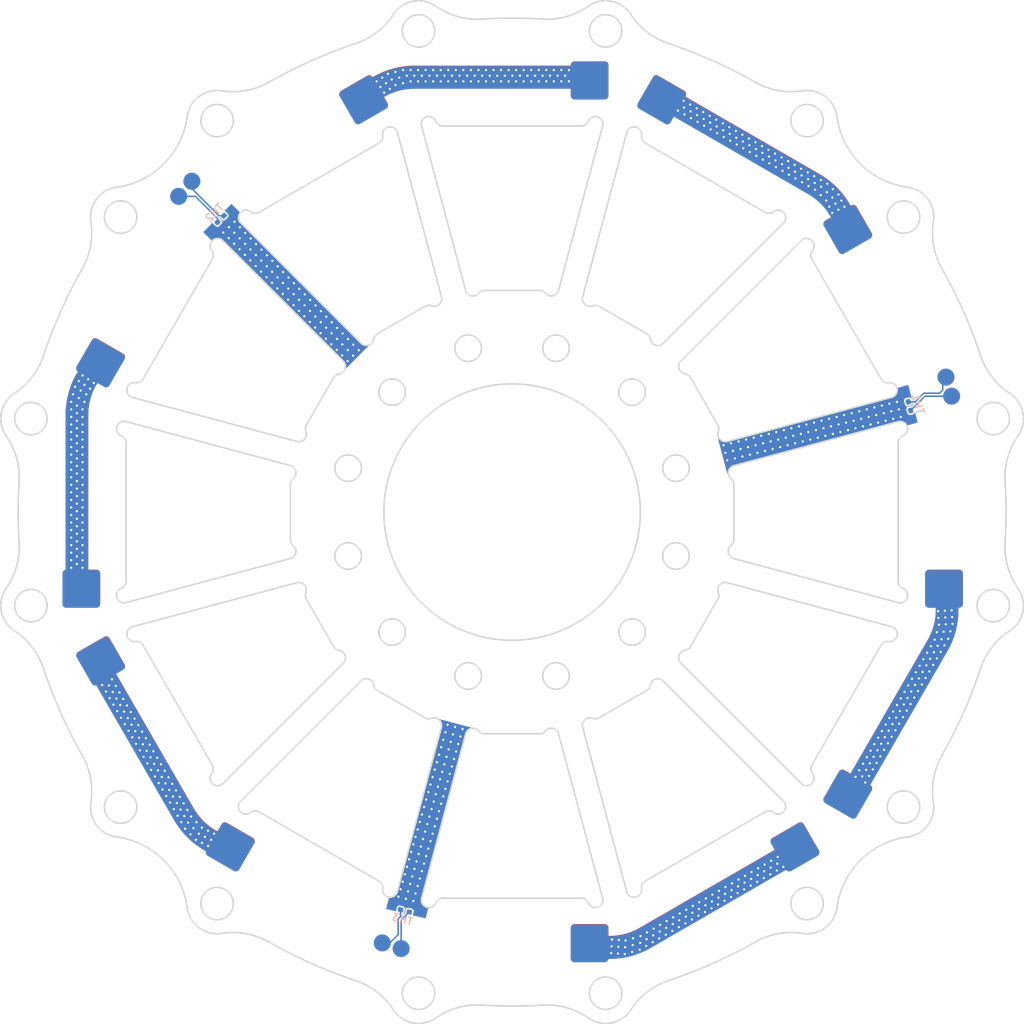
<source format=kicad_pcb>
(kicad_pcb (version 20240108) (generator "pcbnew") (generator_version "8.0")
  (layers (0 "F.Cu" signal) (31 "B.Cu" signal) (34 "B.Paste" user) (35 "F.Paste" user) (36 "B.SilkS" user "B.Silkscreen") (37 "F.SilkS" user "F.Silkscreen") (38 "B.Mask" user) (39 "F.Mask" user) (44 "Edge.Cuts" user))
  (net 0 "")
  (net 1 "NTC1_A")
  (net 2 "NTC1_B")
  (net 3 "NTC2_A")
  (net 4 "NTC2_B")
  (net 5 "NTC3_B")
  (net 6 "NTC3_A")
  (net 7 "THERM")
  (net 8 "THERM2")
  (net 9 "THERM3")
  (net 10 "BUS1")
  (net 11 "BUS2")
  (net 12 "BUS3")
  (net 13 "BUS4")
  (net 14 "BUS5")
  (net 15 "BUS6")
  (footprint "Resistor_SMD:R_0402_1005Metric_Pad0.72x0.64mm_HandSolder" (layer "B.Cu") (at 166.154645 77.827141 105)
    (property "Reference" "TH1")
    (property "Value" "0402 NTC")
  )
  (footprint "Resistor_SMD:R_0402_1005Metric_Pad0.72x0.64mm_HandSolder" (layer "B.Cu") (at 74.827504 53 -135)
    (property "Reference" "TH2")
    (property "Value" "0402 NTC")
  )
  (footprint "Resistor_SMD:R_0402_1005Metric_Pad0.72x0.64mm_HandSolder" (layer "B.Cu") (at 99.25 144.75 -15)
    (property "Reference" "TH3")
    (property "Value" "0402 NTC")
  )
  (gr_circle (center 98.75 149.75) (end 99.780776 149.75) (stroke (width 0.2)) (fill solid) (layer "B.Cu") (net 5))
  (gr_circle (center 96.25 149) (end 97.280776 149) (stroke (width 0.2)) (fill solid) (layer "B.Cu") (net 6))
  (gr_circle (center 171.75 76.5) (end 172.780776 76.5) (stroke (width 0.2)) (fill solid) (layer "B.Cu") (net 1))
  (gr_circle (center 71 48) (end 72.030776 48) (stroke (width 0.2)) (fill solid) (layer "B.Cu") (net 3))
  (gr_circle (center 69.25 50) (end 70.280776 50) (stroke (width 0.2)) (fill solid) (layer "B.Cu") (net 4))
  (gr_circle (center 171 73.969224) (end 172.030776 73.969224) (stroke (width 0.2)) (fill solid) (layer "B.Cu") (net 2))
  (gr_circle (center 74.345724 143.77822) (end 76.495724 143.77822) (stroke (width 0.2)) (fill none) (layer "Edge.Cuts"))
  (gr_arc (start 107.30064 121.266911) (mid 108.058598 120.547595) (end 109.043639 120.896322) (stroke (width 0.2)) (layer "Edge.Cuts"))
  (gr_circle (center 152.581678 39.955604) (end 154.731678 39.955604) (stroke (width 0.2)) (fill none) (layer "Edge.Cuts"))
  (gr_circle (center 177.269468 104.269497) (end 179.419468 104.269497) (stroke (width 0.2)) (fill none) (layer "Edge.Cuts"))
  (gr_arc (start 79.912866 52.116829) (mid 79.340951 52.248214) (end 78.793799 52.036142) (stroke (width 0.2)) (layer "Edge.Cuts"))
  (gr_arc (start 142.863674 98.029966) (mid 142.144337 97.271989) (end 142.493111 96.286974) (stroke (width 0.2)) (layer "Edge.Cuts"))
  (gr_line (start 62.263701 82.686074) (end 62.263701 101.047749) (stroke (width 0.2)) (layer "Edge.Cuts"))
  (gr_arc (start 109.820714 121.266912) (mid 109.390254 121.169522) (end 109.043639 120.896322) (stroke (width 0.2)) (layer "Edge.Cuts"))
  (gr_line (start 164.663676 79.862565) (end 142.863745 85.703839) (stroke (width 0.2)) (layer "Edge.Cuts"))
  (gr_arc (start 165.293111 101.976543) (mid 164.835876 101.608771) (end 164.663701 101.047812) (stroke (width 0.2)) (layer "Edge.Cuts"))
  (gr_line (start 63.121024 76.662987) (end 84.921023 82.50428) (stroke (width 0.2)) (layer "Edge.Cuts"))
  (gr_line (start 75.125377 55.870837) (end 91.084084 71.829543) (stroke (width 0.2)) (layer "Edge.Cuts"))
  (gr_arc (start 156.546527 144.307338) (mid 159.641702 138.044913) (end 165.904127 134.949738) (stroke (width 0.2)) (layer "Edge.Cuts"))
  (gr_circle (center 107.640272 70.133581) (end 109.400272 70.133581) (stroke (width 0.2)) (fill none) (layer "Edge.Cuts"))
  (gr_arc (start 175.587716 112.624002) (mid 177.097144 109.795116) (end 179.453514 107.620607) (stroke (width 0.2)) (layer "Edge.Cuts"))
  (gr_arc (start 117.490128 157.243038) (mid 120.678467 157.582835) (end 123.577348 158.953039) (stroke (width 0.2)) (layer "Edge.Cuts"))
  (gr_arc (start 145.741637 148.861516) (mid 148.756254 147.769238) (end 151.962409 147.729993) (stroke (width 0.2)) (layer "Edge.Cuts"))
  (gr_arc (start 102.776882 119.217149) (mid 102.340104 119.28044) (end 101.918619 119.149552) (stroke (width 0.2)) (layer "Edge.Cuts"))
  (gr_arc (start 95.814538 140.797831) (mid 96.214279 141.227431) (end 96.304194 141.807313) (stroke (width 0.2)) (layer "Edge.Cuts"))
  (gr_arc (start 70.380875 39.426486) (mid 71.952637 36.750432) (end 74.964993 36.003831) (stroke (width 0.2)) (layer "Edge.Cuts"))
  (gr_line (start 89.824049 109.721834) (end 86.181061 103.411994) (stroke (width 0.2)) (layer "Edge.Cuts"))
  (gr_arc (start 61.634291 81.757281) (mid 61.055872 80.513232) (end 62.2637 79.862558) (stroke (width 0.2)) (layer "Edge.Cuts"))
  (gr_arc (start 63.5233 109.026419) (mid 62.400351 108.238251) (end 63.121024 107.070838) (stroke (width 0.2)) (layer "Edge.Cuts"))
  (gr_arc (start 124.15052 64.516675) (mid 124.589729 64.45357) (end 125.013001 64.586708) (stroke (width 0.2)) (layer "Edge.Cuts"))
  (gr_arc (start 124.15052 64.516675) (mid 123.123086 64.326158) (end 122.826335 63.324233) (stroke (width 0.2)) (layer "Edge.Cuts"))
  (gr_line (start 153.218325 125.409883) (end 162.394574 109.516153) (stroke (width 0.2)) (layer "Edge.Cuts"))
  (gr_line (start 84.063701 95.509899) (end 84.063701 88.223925) (stroke (width 0.2)) (layer "Edge.Cuts"))
  (gr_arc (start 51.339686 71.109822) (mid 49.83026 73.938709) (end 47.473888 76.113217) (stroke (width 0.2)) (layer "Edge.Cuts"))
  (gr_line (start 140.743905 103.416212) (end 137.103356 109.721829) (stroke (width 0.2)) (layer "Edge.Cuts"))
  (gr_line (start 101.918619 119.149552) (end 95.608779 115.506564) (stroke (width 0.2)) (layer "Edge.Cuts"))
  (gr_arc (start 163.404102 74.707405) (mid 162.824198 74.61751) (end 162.394619 74.217748) (stroke (width 0.2)) (layer "Edge.Cuts"))
  (gr_arc (start 63.121024 76.662987) (mid 62.400352 75.495573) (end 63.5233 74.707405) (stroke (width 0.2)) (layer "Edge.Cuts"))
  (gr_line (start 104.282863 143.066912) (end 122.644541 143.066912) (stroke (width 0.2)) (layer "Edge.Cuts"))
  (gr_arc (start 86.113464 81.180093) (mid 85.922949 82.207528) (end 84.921023 82.50428) (stroke (width 0.2)) (layer "Edge.Cuts"))
  (gr_arc (start 170.458305 59.588976) (mid 169.366034 56.574359) (end 169.326782 53.368204) (stroke (width 0.2)) (layer "Edge.Cuts"))
  (gr_arc (start 62.263701 103.871266) (mid 61.055874 103.220592) (end 61.634291 101.976543) (stroke (width 0.2)) (layer "Edge.Cuts"))
  (gr_line (start 77.467626 53.528588) (end 93.426332 69.487295) (stroke (width 0.2)) (layer "Edge.Cuts"))
  (gr_arc (start 57.60062 53.368204) (mid 57.561367 56.574359) (end 56.469097 59.588976) (stroke (width 0.2)) (layer "Edge.Cuts"))
  (gr_line (start 164.663701 101.047812) (end 164.663701 82.686112) (stroke (width 0.2)) (layer "Edge.Cuts"))
  (gr_arc (start 125.468055 143.066913) (mid 124.817382 144.274739) (end 123.573332 143.696322) (stroke (width 0.2)) (layer "Edge.Cuts"))
  (gr_line (start 77.467626 130.205236) (end 93.426332 114.246529) (stroke (width 0.2)) (layer "Edge.Cuts"))
  (gr_arc (start 136.393876 73.524322) (mid 135.601339 72.851562) (end 135.834437 71.838424) (stroke (width 0.2)) (layer "Edge.Cuts"))
  (gr_arc (start 145.741637 148.861516) (mid 140.104951 151.704139) (end 134.220791 153.990927) (stroke (width 0.2)) (layer "Edge.Cuts"))
  (gr_arc (start 117.106701 62.466912) (mid 117.537157 62.5643) (end 117.883763 62.837502) (stroke (width 0.2)) (layer "Edge.Cuts"))
  (gr_line (start 142.863747 85.703848) (end 142.863745 85.703839) (stroke (width 0.2)) (layer "Edge.Cuts"))
  (gr_line (start 142.863701 88.223924) (end 142.863701 95.509912) (stroke (width 0.2)) (layer "Edge.Cuts"))
  (gr_arc (start 95.121111 68.936737) (mid 95.284687 68.526832) (end 95.608779 68.22726) (stroke (width 0.2)) (layer "Edge.Cuts"))
  (gr_arc (start 84.063702 85.703851) (mid 84.783018 86.461809) (end 84.434291 87.44685) (stroke (width 0.2)) (layer "Edge.Cuts"))
  (gr_arc (start 84.921023 101.229544) (mid 85.922949 101.526297) (end 86.113464 102.553731) (stroke (width 0.2)) (layer "Edge.Cuts"))
  (gr_line (start 101.459347 40.666912) (end 107.30064 62.466913) (stroke (width 0.2)) (layer "Edge.Cuts"))
  (gr_line (start 125.013001 64.586708) (end 131.318618 68.227257) (stroke (width 0.2)) (layer "Edge.Cuts"))
  (gr_arc (start 117.883763 120.896322) (mid 117.537138 121.169522) (end 117.106671 121.266912) (stroke (width 0.2)) (layer "Edge.Cuts"))
  (gr_arc (start 175.587716 112.624002) (mid 173.300928 118.508162) (end 170.458305 124.144848) (stroke (width 0.2)) (layer "Edge.Cuts"))
  (gr_arc (start 61.023275 134.949738) (mid 58.347221 133.377976) (end 57.60062 130.36562) (stroke (width 0.2)) (layer "Edge.Cuts"))
  (gr_arc (start 129.217396 157.856725) (mid 131.391904 155.500353) (end 134.220791 153.990927) (stroke (width 0.2)) (layer "Edge.Cuts"))
  (gr_arc (start 95.608779 115.506564) (mid 95.284686 115.206992) (end 95.121111 114.797087) (stroke (width 0.2)) (layer "Edge.Cuts"))
  (gr_arc (start 81.185765 34.872308) (mid 86.822451 32.029685) (end 92.706611 29.742897) (stroke (width 0.2)) (layer "Edge.Cuts"))
  (gr_line (start 73.713618 58.316076) (end 64.532782 74.217749) (stroke (width 0.2)) (layer "Edge.Cuts"))
  (gr_arc (start 153.294471 126.536814) (mid 153.082082 125.985128) (end 153.218325 125.409883) (stroke (width 0.2)) (layer "Edge.Cuts"))
  (gr_circle (center 101.061116 155.672679) (end 103.211116 155.672679) (stroke (width 0.2)) (fill none) (layer "Edge.Cuts"))
  (gr_line (start 147.01447 131.617033) (end 131.112789 140.797874) (stroke (width 0.2)) (layer "Edge.Cuts"))
  (gr_arc (start 92.706611 153.990927) (mid 95.535498 155.500353) (end 97.710006 157.856725) (stroke (width 0.2)) (layer "Edge.Cuts"))
  (gr_arc (start 77.467626 53.528588) (mid 77.427213 52.157242) (end 78.793799 52.036142) (stroke (width 0.2)) (layer "Edge.Cuts"))
  (gr_arc (start 86.181061 103.411994) (mid 86.050173 102.990509) (end 86.113464 102.553731) (stroke (width 0.2)) (layer "Edge.Cuts"))
  (gr_arc (start 142.006428 82.504267) (mid 141.00449 82.207526) (end 140.813938 81.180093) (stroke (width 0.2)) (layer "Edge.Cuts"))
  (gr_arc (start 56.469097 124.144848) (mid 53.626474 118.508162) (end 51.339686 112.624002) (stroke (width 0.2)) (layer "Edge.Cuts"))
  (gr_circle (center 119.28713 113.600243) (end 121.04713 113.600243) (stroke (width 0.2)) (fill none) (layer "Edge.Cuts"))
  (gr_arc (start 47.473888 107.620607) (mid 49.83026 109.795115) (end 51.339686 112.624002) (stroke (width 0.2)) (layer "Edge.Cuts"))
  (gr_line (start 149.459727 130.205187) (end 133.501067 114.246526) (stroke (width 0.2)) (layer "Edge.Cuts"))
  (gr_arc (start 134.220791 29.742897) (mid 131.391904 28.233471) (end 129.217396 25.877099) (stroke (width 0.2)) (layer "Edge.Cuts"))
  (gr_arc (start 48.087575 95.893339) (mid 47.963701 91.866912) (end 48.087575 87.840485) (stroke (width 0.2)) (layer "Edge.Cuts"))
  (gr_line (start 163.806378 76.662987) (end 142.006428 82.504267) (stroke (width 0.2)) (layer "Edge.Cuts"))
  (gr_arc (start 164.663701 82.686112) (mid 164.83587 82.125103) (end 165.293111 81.757281) (stroke (width 0.2)) (layer "Edge.Cuts"))
  (gr_arc (start 101.459347 40.666912) (mid 102.110021 39.459085) (end 103.35407 40.037502) (stroke (width 0.2)) (layer "Edge.Cuts"))
  (gr_arc (start 74.964993 147.729993) (mid 78.171148 147.769246) (end 81.185765 148.861516) (stroke (width 0.2)) (layer "Edge.Cuts"))
  (gr_circle (center 61.552393 52.748935) (end 63.702393 52.748935) (stroke (width 0.2)) (fill none) (layer "Edge.Cuts"))
  (gr_line (start 122.636627 40.666912) (end 104.282864 40.666912) (stroke (width 0.2)) (layer "Edge.Cuts"))
  (gr_arc (start 84.063701 88.223925) (mid 84.161091 87.793465) (end 84.434291 87.44685) (stroke (width 0.2)) (layer "Edge.Cuts"))
  (gr_arc (start 89.824049 74.01199) (mid 90.123621 73.687897) (end 90.533526 73.524322) (stroke (width 0.2)) (layer "Edge.Cuts"))
  (gr_arc (start 97.710006 25.877099) (mid 100.29788 24.134636) (end 103.350054 24.780785) (stroke (width 0.2)) (layer "Edge.Cuts"))
  (gr_arc (start 140.813938 102.553731) (mid 141.004495 101.526303) (end 142.006426 101.229564) (stroke (width 0.2)) (layer "Edge.Cuts"))
  (gr_line (start 163.806469 107.070861) (end 142.006428 101.229557) (stroke (width 0.2)) (layer "Edge.Cuts"))
  (gr_arc (start 103.35407 143.696322) (mid 102.110021 144.274741) (end 101.459347 143.066913) (stroke (width 0.2)) (layer "Edge.Cuts"))
  (gr_arc (start 90.533526 110.209502) (mid 90.123621 110.045926) (end 89.824049 109.721834) (stroke (width 0.2)) (layer "Edge.Cuts"))
  (gr_arc (start 142.863701 95.509912) (mid 142.766313 95.940368) (end 142.493111 96.286974) (stroke (width 0.2)) (layer "Edge.Cuts"))
  (gr_arc (start 142.493111 87.44685) (mid 142.766307 87.793465) (end 142.863701 88.223924) (stroke (width 0.2)) (layer "Edge.Cuts"))
  (gr_arc (start 97.710006 25.877099) (mid 95.535498 28.233471) (end 92.706611 29.742897) (stroke (width 0.2)) (layer "Edge.Cuts"))
  (gr_arc (start 96.304194 41.926511) (mid 96.214279 42.506393) (end 95.814539 42.935993) (stroke (width 0.2)) (layer "Edge.Cuts"))
  (gr_arc (start 135.843355 111.904318) (mid 135.599373 110.888247) (end 136.393876 110.209502) (stroke (width 0.2)) (layer "Edge.Cuts"))
  (gr_arc (start 178.839827 87.840485) (mid 178.963701 91.866912) (end 178.839827 95.893339) (stroke (width 0.2)) (layer "Edge.Cuts"))
  (gr_arc (start 103.350054 158.953039) (mid 100.297881 159.599188) (end 97.710006 157.856725) (stroke (width 0.2)) (layer "Edge.Cuts"))
  (gr_arc (start 90.533526 110.209502) (mid 91.328051 110.888211) (end 91.084084 111.904281) (stroke (width 0.2)) (layer "Edge.Cuts"))
  (gr_circle (center 177.269468 79.464327) (end 179.419468 79.464327) (stroke (width 0.2)) (fill none) (layer "Edge.Cuts"))
  (gr_arc (start 102.776882 119.217149) (mid 103.804317 119.407664) (end 104.101069 120.40959) (stroke (width 0.2)) (layer "Edge.Cuts"))
  (gr_line (start 117.106671 121.266912) (end 109.820714 121.266912) (stroke (width 0.2)) (layer "Edge.Cuts"))
  (gr_arc (start 170.458305 59.588976) (mid 173.300928 65.225662) (end 175.587716 71.109822) (stroke (width 0.2)) (layer "Edge.Cuts"))
  (gr_arc (start 153.294471 126.536814) (mid 153.173371 127.903463) (end 151.802025 127.862987) (stroke (width 0.2)) (layer "Edge.Cuts"))
  (gr_arc (start 109.043639 62.837502) (mid 108.058598 63.186229) (end 107.30064 62.466913) (stroke (width 0.2)) (layer "Edge.Cuts"))
  (gr_arc (start 153.213822 58.316143) (mid 153.082427 57.744207) (end 153.294471 57.19701) (stroke (width 0.2)) (layer "Edge.Cuts"))
  (gr_line (start 122.826335 63.324233) (end 122.826334 63.324233) (stroke (width 0.2)) (layer "Edge.Cuts"))
  (gr_arc (start 169.326782 130.36562) (mid 168.580193 133.377994) (end 165.904127 134.949738) (stroke (width 0.2)) (layer "Edge.Cuts"))
  (gr_line (start 149.450343 53.538021) (end 133.501067 69.487298) (stroke (width 0.2)) (layer "Edge.Cuts"))
  (gr_arc (start 74.964993 147.729993) (mid 71.952637 146.983393) (end 70.380875 144.307338) (stroke (width 0.2)) (layer "Edge.Cuts"))
  (gr_arc (start 96.304194 41.926511) (mid 97.092362 40.803562) (end 98.259775 41.524235) (stroke (width 0.2)) (layer "Edge.Cuts"))
  (gr_arc (start 123.577348 24.780785) (mid 120.678468 26.150991) (end 117.490128 26.490786) (stroke (width 0.2)) (layer "Edge.Cuts"))
  (gr_line (start 128.667626 41.524233) (end 122.826334 63.324233) (stroke (width 0.2)) (layer "Edge.Cuts"))
  (gr_arc (start 140.813938 102.553731) (mid 140.877043 102.99294) (end 140.743905 103.416212) (stroke (width 0.2)) (layer "Edge.Cuts"))
  (gr_circle (center 113.463701 91.866912) (end 130.463701 91.866912) (stroke (width 0.2)) (fill none) (layer "Edge.Cuts"))
  (gr_arc (start 137.103356 109.721829) (mid 136.803784 110.045927) (end 136.393876 110.209502) (stroke (width 0.2)) (layer "Edge.Cuts"))
  (gr_arc (start 109.043639 62.837502) (mid 109.390254 62.564302) (end 109.820714 62.466912) (stroke (width 0.2)) (layer "Edge.Cuts"))
  (gr_arc (start 119.626764 62.466903) (mid 118.868806 63.186224) (end 117.883763 62.837502) (stroke (width 0.2)) (layer "Edge.Cuts"))
  (gr_arc (start 123.577348 24.780785) (mid 126.629524 24.134632) (end 129.217396 25.877099) (stroke (width 0.2)) (layer "Edge.Cuts"))
  (gr_arc (start 61.023275 134.949738) (mid 67.285701 138.044912) (end 70.380875 144.307338) (stroke (width 0.2)) (layer "Edge.Cuts"))
  (gr_arc (start 136.393876 73.524322) (mid 136.807398 73.690416) (end 137.107758 74.01962) (stroke (width 0.2)) (layer "Edge.Cuts"))
  (gr_line (start 75.125377 127.862987) (end 91.084084 111.904281) (stroke (width 0.2)) (layer "Edge.Cuts"))
  (gr_line (start 151.802026 55.870836) (end 135.834437 71.838424) (stroke (width 0.2)) (layer "Edge.Cuts"))
  (gr_arc (start 165.904127 48.784086) (mid 159.641702 45.688911) (end 156.546527 39.426486) (stroke (width 0.2)) (layer "Edge.Cuts"))
  (gr_arc (start 75.125377 127.862987) (mid 73.754031 127.9034) (end 73.632931 126.536814) (stroke (width 0.2)) (layer "Edge.Cuts"))
  (gr_arc (start 78.793799 131.697682) (mid 77.427213 131.576582) (end 77.467626 130.205236) (stroke (width 0.2)) (layer "Edge.Cuts"))
  (gr_arc (start 51.339686 71.109822) (mid 53.626478 65.225664) (end 56.469097 59.588976) (stroke (width 0.2)) (layer "Edge.Cuts"))
  (gr_arc (start 130.623208 141.807313) (mid 129.83504 142.930264) (end 128.667626 142.209591) (stroke (width 0.2)) (layer "Edge.Cuts"))
  (gr_circle (center 165.375009 52.748935) (end 167.525009 52.748935) (stroke (width 0.2)) (fill none) (layer "Edge.Cuts"))
  (gr_arc (start 62.263701 101.047749) (mid 62.091526 101.608734) (end 61.634291 101.976543) (stroke (width 0.2)) (layer "Edge.Cuts"))
  (gr_arc (start 98.259776 142.209589) (mid 97.092362 142.930261) (end 96.304194 141.807313) (stroke (width 0.2)) (layer "Edge.Cuts"))
  (gr_line (start 63.121024 107.070837) (end 84.921023 101.229544) (stroke (width 0.2)) (layer "Edge.Cuts"))
  (gr_arc (start 151.962409 36.003831) (mid 148.756257 35.96457) (end 145.741637 34.872308) (stroke (width 0.2)) (layer "Edge.Cuts"))
  (gr_arc (start 91.084084 71.829543) (mid 91.328052 72.845613) (end 90.533526 73.524322) (stroke (width 0.2)) (layer "Edge.Cuts"))
  (gr_line (start 63.121024 107.070838) (end 63.121024 107.070837) (stroke (width 0.2)) (layer "Edge.Cuts"))
  (gr_line (start 125.468055 40.666911) (end 119.626764 62.466903) (stroke (width 0.2)) (layer "Edge.Cuts"))
  (gr_arc (start 165.904127 48.784086) (mid 168.580181 50.355847) (end 169.326782 53.368204) (stroke (width 0.2)) (layer "Edge.Cuts"))
  (gr_line (start 137.107758 74.01962) (end 140.746304 80.321767) (stroke (width 0.2)) (layer "Edge.Cuts"))
  (gr_arc (start 129.217396 157.856725) (mid 126.629522 159.599185) (end 123.577348 158.953039) (stroke (width 0.2)) (layer "Edge.Cuts"))
  (gr_arc (start 63.5233 109.026419) (mid 64.103182 109.116334) (end 64.532782 109.516074) (stroke (width 0.2)) (layer "Edge.Cuts"))
  (gr_arc (start 180.549828 101.980559) (mid 181.195993 105.032738) (end 179.453514 107.620607) (stroke (width 0.2)) (layer "Edge.Cuts"))
  (gr_arc (start 131.806291 114.797087) (mid 131.645136 115.203425) (end 131.326093 115.502251) (stroke (width 0.2)) (layer "Edge.Cuts"))
  (gr_arc (start 123.573332 40.037502) (mid 124.817383 39.459082) (end 125.468055 40.666911) (stroke (width 0.2)) (layer "Edge.Cuts"))
  (gr_line (start 98.259776 142.209589) (end 104.101069 120.40959) (stroke (width 0.2)) (layer "Edge.Cuts"))
  (gr_arc (start 101.918619 64.584272) (mid 102.340104 64.453384) (end 102.776882 64.516675) (stroke (width 0.2)) (layer "Edge.Cuts"))
  (gr_line (start 64.532782 109.516074) (end 73.713618 125.417747) (stroke (width 0.2)) (layer "Edge.Cuts"))
  (gr_line (start 125.008846 119.149515) (end 131.326093 115.502251) (stroke (width 0.2)) (layer "Edge.Cuts"))
  (gr_arc (start 169.326782 130.36562) (mid 169.366043 127.159468) (end 170.458305 124.144848) (stroke (width 0.2)) (layer "Edge.Cuts"))
  (gr_arc (start 104.282864 40.666912) (mid 103.721879 40.494737) (end 103.35407 40.037502) (stroke (width 0.2)) (layer "Edge.Cuts"))
  (gr_arc (start 156.546527 144.307338) (mid 154.974762 146.983376) (end 151.962409 147.729993) (stroke (width 0.2)) (layer "Edge.Cuts"))
  (gr_circle (center 101.061116 28.061145) (end 103.211116 28.061145) (stroke (width 0.2)) (fill none) (layer "Edge.Cuts"))
  (gr_circle (center 49.657934 79.464327) (end 51.807934 79.464327) (stroke (width 0.2)) (fill none) (layer "Edge.Cuts"))
  (gr_arc (start 133.501067 69.487298) (mid 132.484998 69.731265) (end 131.806291 68.936737) (stroke (width 0.2)) (layer "Edge.Cuts"))
  (gr_arc (start 70.380875 39.426486) (mid 67.285701 45.688912) (end 61.023275 48.784086) (stroke (width 0.2)) (layer "Edge.Cuts"))
  (gr_circle (center 125.866286 28.061145) (end 128.016286 28.061145) (stroke (width 0.2)) (fill none) (layer "Edge.Cuts"))
  (gr_circle (center 135.197032 86.043483) (end 136.957032 86.043483) (stroke (width 0.2)) (fill none) (layer "Edge.Cuts"))
  (gr_arc (start 47.473888 107.620607) (mid 45.731425 105.032733) (end 46.377574 101.980559) (stroke (width 0.2)) (layer "Edge.Cuts"))
  (gr_arc (start 56.469097 124.144848) (mid 57.561367 127.159465) (end 57.60062 130.36562) (stroke (width 0.2)) (layer "Edge.Cuts"))
  (gr_arc (start 179.453514 76.113217) (mid 177.097145 73.938708) (end 175.587716 71.109822) (stroke (width 0.2)) (layer "Edge.Cuts"))
  (gr_line (start 101.459347 143.066913) (end 107.30064 121.266911) (stroke (width 0.2)) (layer "Edge.Cuts"))
  (gr_arc (start 122.644541 143.066912) (mid 123.205524 143.239087) (end 123.573332 143.696322) (stroke (width 0.2)) (layer "Edge.Cuts"))
  (gr_line (start 98.259776 41.524235) (end 104.101069 63.324234) (stroke (width 0.2)) (layer "Edge.Cuts"))
  (gr_circle (center 152.581678 143.77822) (end 154.731678 143.77822) (stroke (width 0.2)) (fill none) (layer "Edge.Cuts"))
  (gr_line (start 125.468055 143.066913) (end 119.625942 121.263851) (stroke (width 0.2)) (layer "Edge.Cuts"))
  (gr_circle (center 91.73037 97.690341) (end 93.49037 97.690341) (stroke (width 0.2)) (fill none) (layer "Edge.Cuts"))
  (gr_arc (start 131.806291 114.797087) (mid 132.484998 114.002559) (end 133.501067 114.246526) (stroke (width 0.2)) (layer "Edge.Cuts"))
  (gr_arc (start 162.394574 109.516153) (mid 162.824191 109.116382) (end 163.404102 109.026419) (stroke (width 0.2)) (layer "Edge.Cuts"))
  (gr_arc (start 163.404102 74.707405) (mid 164.527053 75.495574) (end 163.806378 76.662987) (stroke (width 0.2)) (layer "Edge.Cuts"))
  (gr_arc (start 131.112911 42.93602) (mid 130.71317 42.506411) (end 130.623208 41.926511) (stroke (width 0.2)) (layer "Edge.Cuts"))
  (gr_line (start 128.667626 142.209591) (end 122.826334 120.409591) (stroke (width 0.2)) (layer "Edge.Cuts"))
  (gr_arc (start 73.713618 125.417747) (mid 73.845003 125.989662) (end 73.632931 126.536814) (stroke (width 0.2)) (layer "Edge.Cuts"))
  (gr_line (start 95.608779 68.22726) (end 101.918619 64.584272) (stroke (width 0.2)) (layer "Edge.Cuts"))
  (gr_line (start 79.912865 131.616995) (end 95.814538 140.797831) (stroke (width 0.2)) (layer "Edge.Cuts"))
  (gr_arc (start 81.185765 34.872308) (mid 78.171148 35.964578) (end 74.964993 36.003831) (stroke (width 0.2)) (layer "Edge.Cuts"))
  (gr_arc (start 149.459727 130.205187) (mid 149.500165 131.576542) (end 148.133603 131.697682) (stroke (width 0.2)) (layer "Edge.Cuts"))
  (gr_arc (start 180.549828 101.980559) (mid 179.179619 99.081679) (end 178.839827 95.893339) (stroke (width 0.2)) (layer "Edge.Cuts"))
  (gr_circle (center 107.640272 113.600243) (end 109.400272 113.600243) (stroke (width 0.2)) (fill none) (layer "Edge.Cuts"))
  (gr_circle (center 97.553798 107.776815) (end 99.313798 107.776815) (stroke (width 0.2)) (fill none) (layer "Edge.Cuts"))
  (gr_arc (start 103.35407 143.696322) (mid 103.721879 143.239087) (end 104.282863 143.066912) (stroke (width 0.2)) (layer "Edge.Cuts"))
  (gr_arc (start 92.706611 153.990927) (mid 86.822451 151.704139) (end 81.185765 148.861516) (stroke (width 0.2)) (layer "Edge.Cuts"))
  (gr_circle (center 129.373604 107.776815) (end 131.133604 107.776815) (stroke (width 0.2)) (fill none) (layer "Edge.Cuts"))
  (gr_arc (start 46.377574 81.753265) (mid 47.747779 84.652145) (end 48.087575 87.840485) (stroke (width 0.2)) (layer "Edge.Cuts"))
  (gr_circle (center 91.73037 86.043483) (end 93.49037 86.043483) (stroke (width 0.2)) (fill none) (layer "Edge.Cuts"))
  (gr_arc (start 95.121111 68.936737) (mid 94.442402 69.731262) (end 93.426332 69.487295) (stroke (width 0.2)) (layer "Edge.Cuts"))
  (gr_arc (start 86.113464 81.180093) (mid 86.050173 80.743315) (end 86.181061 80.32183) (stroke (width 0.2)) (layer "Edge.Cuts"))
  (gr_arc (start 142.493111 87.44685) (mid 142.144418 86.461797) (end 142.863747 85.703848) (stroke (width 0.2)) (layer "Edge.Cuts"))
  (gr_arc (start 148.133603 52.036142) (mid 149.504666 52.162243) (end 149.450343 53.538021) (stroke (width 0.2)) (layer "Edge.Cuts"))
  (gr_arc (start 163.806469 107.070861) (mid 164.527128 108.238315) (end 163.404102 109.026419) (stroke (width 0.2)) (layer "Edge.Cuts"))
  (gr_arc (start 151.962409 36.003831) (mid 154.974783 36.75042) (end 156.546527 39.426486) (stroke (width 0.2)) (layer "Edge.Cuts"))
  (gr_arc (start 84.434291 96.286974) (mid 84.161091 95.940359) (end 84.063701 95.509899) (stroke (width 0.2)) (layer "Edge.Cuts"))
  (gr_arc (start 147.01447 131.617033) (mid 147.586406 131.485638) (end 148.133603 131.697682) (stroke (width 0.2)) (layer "Edge.Cuts"))
  (gr_arc (start 151.802026 55.870836) (mid 153.173313 55.830427) (end 153.294471 57.19701) (stroke (width 0.2)) (layer "Edge.Cuts"))
  (gr_arc (start 122.826334 120.409591) (mid 123.123086 119.407665) (end 124.15052 119.217149) (stroke (width 0.2)) (layer "Edge.Cuts"))
  (gr_line (start 162.394619 74.217748) (end 153.213822 58.316143) (stroke (width 0.2)) (layer "Edge.Cuts"))
  (gr_line (start 86.181061 80.32183) (end 89.824049 74.01199) (stroke (width 0.2)) (layer "Edge.Cuts"))
  (gr_line (start 147.006073 52.111942) (end 131.112911 42.93602) (stroke (width 0.2)) (layer "Edge.Cuts"))
  (gr_arc (start 109.437274 26.490786) (mid 113.463701 26.366912) (end 117.490128 26.490786) (stroke (width 0.2)) (layer "Edge.Cuts"))
  (gr_arc (start 130.623208 141.807313) (mid 130.713078 141.227456) (end 131.112789 140.797874) (stroke (width 0.2)) (layer "Edge.Cuts"))
  (gr_line (start 164.663687 103.871219) (end 164.663676 103.871259) (stroke (width 0.2)) (layer "Edge.Cuts"))
  (gr_line (start 109.820714 62.466912) (end 117.106701 62.466912) (stroke (width 0.2)) (layer "Edge.Cuts"))
  (gr_circle (center 125.866286 155.672679) (end 128.016286 155.672679) (stroke (width 0.2)) (fill none) (layer "Edge.Cuts"))
  (gr_circle (center 49.657934 104.269497) (end 51.807934 104.269497) (stroke (width 0.2)) (fill none) (layer "Edge.Cuts"))
  (gr_arc (start 73.632931 57.19701) (mid 73.754031 55.830424) (end 75.125377 55.870837) (stroke (width 0.2)) (layer "Edge.Cuts"))
  (gr_arc (start 103.350054 158.953039) (mid 106.248934 157.582834) (end 109.437274 157.243038) (stroke (width 0.2)) (layer "Edge.Cuts"))
  (gr_arc (start 93.426332 114.246529) (mid 94.442402 114.002561) (end 95.121111 114.797087) (stroke (width 0.2)) (layer "Edge.Cuts"))
  (gr_arc (start 125.008846 119.149515) (mid 124.587336 119.280413) (end 124.15052 119.217149) (stroke (width 0.2)) (layer "Edge.Cuts"))
  (gr_arc (start 117.883763 120.896322) (mid 118.867257 120.547264) (end 119.625942 121.263851) (stroke (width 0.2)) (layer "Edge.Cuts"))
  (gr_arc (start 78.793799 131.697682) (mid 79.34095 131.48561) (end 79.912865 131.616995) (stroke (width 0.2)) (layer "Edge.Cuts"))
  (gr_circle (center 74.345724 39.955604) (end 76.495724 39.955604) (stroke (width 0.2)) (fill none) (layer "Edge.Cuts"))
  (gr_arc (start 165.293111 101.976543) (mid 165.871487 103.220572) (end 164.663687 103.871219) (stroke (width 0.2)) (layer "Edge.Cuts"))
  (gr_arc (start 134.220791 29.742897) (mid 140.104951 32.029685) (end 145.741637 34.872308) (stroke (width 0.2)) (layer "Edge.Cuts"))
  (gr_arc (start 109.437274 26.490786) (mid 106.248934 26.15099) (end 103.350054 24.780785) (stroke (width 0.2)) (layer "Edge.Cuts"))
  (gr_arc (start 48.087575 95.893339) (mid 47.747779 99.081679) (end 46.377574 101.980559) (stroke (width 0.2)) (layer "Edge.Cuts"))
  (gr_arc (start 104.101069 63.324234) (mid 103.804316 64.32616) (end 102.776882 64.516675) (stroke (width 0.2)) (layer "Edge.Cuts"))
  (gr_arc (start 73.632931 57.19701) (mid 73.845003 57.744161) (end 73.713618 58.316076) (stroke (width 0.2)) (layer "Edge.Cuts"))
  (gr_arc (start 131.318618 68.227257) (mid 131.642716 68.526829) (end 131.806291 68.936737) (stroke (width 0.2)) (layer "Edge.Cuts"))
  (gr_line (start 62.263701 103.871266) (end 84.063702 98.029973) (stroke (width 0.2)) (layer "Edge.Cuts"))
  (gr_arc (start 117.490128 157.243038) (mid 113.463701 157.366912) (end 109.437274 157.243038) (stroke (width 0.2)) (layer "Edge.Cuts"))
  (gr_circle (center 165.375009 130.984889) (end 167.525009 130.984889) (stroke (width 0.2)) (fill none) (layer "Edge.Cuts"))
  (gr_line (start 142.006426 101.229564) (end 142.006428 101.229557) (stroke (width 0.2)) (layer "Edge.Cuts"))
  (gr_circle (center 119.28713 70.133581) (end 121.04713 70.133581) (stroke (width 0.2)) (fill none) (layer "Edge.Cuts"))
  (gr_circle (center 61.552393 130.984889) (end 63.702393 130.984889) (stroke (width 0.2)) (fill none) (layer "Edge.Cuts"))
  (gr_circle (center 135.197032 97.690341) (end 136.957032 97.690341) (stroke (width 0.2)) (fill none) (layer "Edge.Cuts"))
  (gr_line (start 151.802025 127.862987) (end 135.843355 111.904318) (stroke (width 0.2)) (layer "Edge.Cuts"))
  (gr_arc (start 128.667626 41.524233) (mid 129.83504 40.803562) (end 130.623208 41.926511) (stroke (width 0.2)) (layer "Edge.Cuts"))
  (gr_circle (center 129.373604 75.957009) (end 131.133604 75.957009) (stroke (width 0.2)) (fill none) (layer "Edge.Cuts"))
  (gr_arc (start 123.573332 40.037502) (mid 123.202239 40.496952) (end 122.636627 40.666912) (stroke (width 0.2)) (layer "Edge.Cuts"))
  (gr_arc (start 140.746304 80.321767) (mid 140.877202 80.743277) (end 140.813938 81.180093) (stroke (width 0.2)) (layer "Edge.Cuts"))
  (gr_arc (start 84.434291 96.286974) (mid 84.783018 97.272015) (end 84.063702 98.029973) (stroke (width 0.2)) (layer "Edge.Cuts"))
  (gr_circle (center 97.553798 75.957009) (end 99.313798 75.957009) (stroke (width 0.2)) (fill none) (layer "Edge.Cuts"))
  (gr_line (start 98.259775 41.524235) (end 98.259776 41.524235) (stroke (width 0.2)) (layer "Edge.Cuts"))
  (gr_arc (start 179.453514 76.113217) (mid 181.195974 78.701091) (end 180.549828 81.753265) (stroke (width 0.2)) (layer "Edge.Cuts"))
  (gr_line (start 62.2637 79.862558) (end 84.063702 85.703851) (stroke (width 0.2)) (layer "Edge.Cuts"))
  (gr_arc (start 148.133603 52.036142) (mid 147.581572 52.248575) (end 147.006073 52.111942) (stroke (width 0.2)) (layer "Edge.Cuts"))
  (gr_arc (start 57.60062 53.368204) (mid 58.34722 50.355848) (end 61.023275 48.784086) (stroke (width 0.2)) (layer "Edge.Cuts"))
  (gr_arc (start 64.532782 74.217749) (mid 64.103182 74.61749) (end 63.5233 74.707405) (stroke (width 0.2)) (layer "Edge.Cuts"))
  (gr_arc (start 164.663676 79.862565) (mid 165.871525 80.51324) (end 165.293111 81.757281) (stroke (width 0.2)) (layer "Edge.Cuts"))
  (gr_arc (start 61.634291 81.757281) (mid 62.091526 82.12509) (end 62.263701 82.686074) (stroke (width 0.2)) (layer "Edge.Cuts"))
  (gr_arc (start 46.377574 81.753265) (mid 45.731425 78.701092) (end 47.473888 76.113217) (stroke (width 0.2)) (layer "Edge.Cuts"))
  (gr_arc (start 178.839827 87.840485) (mid 179.179627 84.652147) (end 180.549828 81.753265) (stroke (width 0.2)) (layer "Edge.Cuts"))
  (gr_line (start 164.663676 103.871259) (end 142.863674 98.029966) (stroke (width 0.2)) (layer "Edge.Cuts"))
  (gr_line (start 95.814539 42.935993) (end 79.912866 52.116829) (stroke (width 0.2)) (layer "Edge.Cuts"))
  (segment (start 166.30929 78.404282) (end 168.213572 76.5) (width 0.2) (layer "B.Cu") (net 1))
  (segment (start 168.213572 76.5) (end 171.75 76.5) (width 0.2) (layer "B.Cu") (net 1))
  (segment (start 170.574553 75.675447) (end 170.574553 74.394671) (width 0.2) (layer "B.Cu") (net 2))
  (segment (start 170.574553 74.394671) (end 171 73.969224) (width 0.2) (layer "B.Cu") (net 2))
  (segment (start 168.047886 76.1) (end 170.15 76.1) (width 0.2) (layer "B.Cu") (net 2))
  (segment (start 166 77.25) (end 166.897886 77.25) (width 0.2) (layer "B.Cu") (net 2))
  (segment (start 170.15 76.1) (end 170.574553 75.675447) (width 0.2) (layer "B.Cu") (net 2))
  (segment (start 166.897886 77.25) (end 168.047886 76.1) (width 0.2) (layer "B.Cu") (net 2))
  (segment (start 71 48.967157) (end 71 48) (width 0.2) (layer "B.Cu") (net 3))
  (segment (start 74.610347 52.577504) (end 71 48.967157) (width 0.2) (layer "B.Cu") (net 3))
  (segment (start 75.25 52.577504) (end 74.610347 52.577504) (width 0.2) (layer "B.Cu") (net 3))
  (segment (start 71.467157 50) (end 69.25 50) (width 0.2) (layer "B.Cu") (net 4))
  (segment (start 74.405008 52.937851) (end 71.467157 50) (width 0.2) (layer "B.Cu") (net 4))
  (segment (start 74.405008 53.422496) (end 74.405008 52.937851) (width 0.2) (layer "B.Cu") (net 4))
  (segment (start 99.82714 144.904646) (end 98.75 145.981786) (width 0.2) (layer "B.Cu") (net 5))
  (segment (start 98.75 145.981786) (end 98.75 149.75) (width 0.2) (layer "B.Cu") (net 5))
  (segment (start 98.35 145.8161) (end 98.35 147.9) (width 0.2) (layer "B.Cu") (net 6))
  (segment (start 98.35 147.9) (end 97.25 149) (width 0.2) (layer "B.Cu") (net 6))
  (segment (start 98.67286 144.595354) (end 98.67286 145.49324) (width 0.2) (layer "B.Cu") (net 6))
  (segment (start 98.67286 145.49324) (end 98.35 145.8161) (width 0.2) (layer "B.Cu") (net 6))
  (segment (start 97.25 149) (end 96.25 149) (width 0.2) (layer "B.Cu") (net 6))
  (via (at 158.5 78.75) (size 0.6) (drill 0.3) (layers "F.Cu" "B.Cu") (net 7))
  (via (at 157 81.25) (size 0.6) (drill 0.3) (layers "F.Cu" "B.Cu") (net 7))
  (via (at 149.5 81) (size 0.6) (drill 0.3) (layers "F.Cu" "B.Cu") (net 7))
  (via (at 160.75 79.25) (size 0.6) (drill 0.3) (layers "F.Cu" "B.Cu") (net 7))
  (via (at 158.75 79.75) (size 0.6) (drill 0.3) (layers "F.Cu" "B.Cu") (net 7))
  (via (at 141.5 83) (size 0.6) (drill 0.3) (layers "F.Cu" "B.Cu") (net 7))
  (via (at 145.5 82) (size 0.6) (drill 0.3) (layers "F.Cu" "B.Cu") (net 7))
  (via (at 152.75 81.25) (size 0.6) (drill 0.3) (layers "F.Cu" "B.Cu") (net 7))
  (via (at 144.5 82.25) (size 0.6) (drill 0.3) (layers "F.Cu" "B.Cu") (net 7))
  (via (at 151 82.75) (size 0.6) (drill 0.3) (layers "F.Cu" "B.Cu") (net 7))
  (via (at 142.5 82.75) (size 0.6) (drill 0.3) (layers "F.Cu" "B.Cu") (net 7))
  (via (at 150 83) (size 0.6) (drill 0.3) (layers "F.Cu" "B.Cu") (net 7))
  (via (at 161.5 78) (size 0.6) (drill 0.3) (layers "F.Cu" "B.Cu") (net 7))
  (via (at 148.5 81.25) (size 0.6) (drill 0.3) (layers "F.Cu" "B.Cu") (net 7))
  (via (at 147 83.75) (size 0.6) (drill 0.3) (layers "F.Cu" "B.Cu") (net 7))
  (via (at 147.5 81.5) (size 0.6) (drill 0.3) (layers "F.Cu" "B.Cu") (net 7))
  (via (at 156 81.5) (size 0.6) (drill 0.3) (layers "F.Cu" "B.Cu") (net 7))
  (via (at 163.75 78.5) (size 0.6) (drill 0.3) (layers "F.Cu" "B.Cu") (net 7))
  (via (at 159.75 79.5) (size 0.6) (drill 0.3) (layers "F.Cu" "B.Cu") (net 7))
  (via (at 153.5 80) (size 0.6) (drill 0.3) (layers "F.Cu" "B.Cu") (net 7))
  (via (at 142.75 83.75) (size 0.6) (drill 0.3) (layers "F.Cu" "B.Cu") (net 7))
  (via (at 162 80) (size 0.6) (drill 0.3) (layers "F.Cu" "B.Cu") (net 7))
  (via (at 154 82) (size 0.6) (drill 0.3) (layers "F.Cu" "B.Cu") (net 7))
  (via (at 146 84) (size 0.6) (drill 0.3) (layers "F.Cu" "B.Cu") (net 7))
  (via (at 153.75 81) (size 0.6) (drill 0.3) (layers "F.Cu" "B.Cu") (net 7))
  (via (at 151.5 80.5) (size 0.6) (drill 0.3) (layers "F.Cu" "B.Cu") (net 7))
  (via (at 151.75 81.5) (size 0.6) (drill 0.3) (layers "F.Cu" "B.Cu") (net 7))
  (via (at 149 83.25) (size 0.6) (drill 0.3) (layers "F.Cu" "B.Cu") (net 7))
  (via (at 141.75 84) (size 0.6) (drill 0.3) (layers "F.Cu" "B.Cu") (net 7))
  (via (at 154.5 79.75) (size 0.6) (drill 0.3) (layers "F.Cu" "B.Cu") (net 7))
  (via (at 142 85) (size 0.6) (drill 0.3) (layers "F.Cu" "B.Cu") (net 7))
  (via (at 157.5 79) (size 0.6) (drill 0.3) (layers "F.Cu" "B.Cu") (net 7))
  (via (at 145 84.25) (size 0.6) (drill 0.3) (layers "F.Cu" "B.Cu") (net 7))
  (via (at 155.5 79.5) (size 0.6) (drill 0.3) (layers "F.Cu" "B.Cu") (net 7))
  (via (at 146.75 82.75) (size 0.6) (drill 0.3) (layers "F.Cu" "B.Cu") (net 7))
  (via (at 149.75 82) (size 0.6) (drill 0.3) (layers "F.Cu" "B.Cu") (net 7))
  (via (at 157.75 80) (size 0.6) (drill 0.3) (layers "F.Cu" "B.Cu") (net 7))
  (via (at 165 79.25) (size 0.6) (drill 0.3) (layers "F.Cu" "B.Cu") (net 7))
  (via (at 148.75 82.25) (size 0.6) (drill 0.3) (layers "F.Cu" "B.Cu") (net 7))
  (via (at 161.75 79) (size 0.6) (drill 0.3) (layers "F.Cu" "B.Cu") (net 7))
  (via (at 156.5 79.25) (size 0.6) (drill 0.3) (layers "F.Cu" "B.Cu") (net 7))
  (via (at 164.75 78.25) (size 0.6) (drill 0.3) (layers "F.Cu" "B.Cu") (net 7))
  (via (at 162.75 78.75) (size 0.6) (drill 0.3) (layers "F.Cu" "B.Cu") (net 7))
  (via (at 150.5 80.75) (size 0.6) (drill 0.3) (layers "F.Cu" "B.Cu") (net 7))
  (via (at 148 83.5) (size 0.6) (drill 0.3) (layers "F.Cu" "B.Cu") (net 7))
  (via (at 143.5 82.5) (size 0.6) (drill 0.3) (layers "F.Cu" "B.Cu") (net 7))
  (via (at 143 84.75) (size 0.6) (drill 0.3) (layers "F.Cu" "B.Cu") (net 7))
  (via (at 156.75 80.25) (size 0.6) (drill 0.3) (layers "F.Cu" "B.Cu") (net 7))
  (via (at 143.75 83.5) (size 0.6) (drill 0.3) (layers "F.Cu" "B.Cu") (net 7))
  (via (at 147.75 82.5) (size 0.6) (drill 0.3) (layers "F.Cu" "B.Cu") (net 7))
  (via (at 158 81) (size 0.6) (drill 0.3) (layers "F.Cu" "B.Cu") (net 7))
  (via (at 160.5 78.25) (size 0.6) (drill 0.3) (layers "F.Cu" "B.Cu") (net 7))
  (via (at 164 79.5) (size 0.6) (drill 0.3) (layers "F.Cu" "B.Cu") (net 7))
  (via (at 164.5 77.25) (size 0.6) (drill 0.3) (layers "F.Cu" "B.Cu") (net 7))
  (via (at 153 82.25) (size 0.6) (drill 0.3) (layers "F.Cu" "B.Cu") (net 7))
  (via (at 162.5 77.75) (size 0.6) (drill 0.3) (layers "F.Cu" "B.Cu") (net 7))
  (via (at 161 80.25) (size 0.6) (drill 0.3) (layers "F.Cu" "B.Cu") (net 7))
  (via (at 146.5 81.75) (size 0.6) (drill 0.3) (layers "F.Cu" "B.Cu") (net 7))
  (via (at 155.75 80.5) (size 0.6) (drill 0.3) (layers "F.Cu" "B.Cu") (net 7))
  (via (at 155 81.75) (size 0.6) (drill 0.3) (layers "F.Cu" "B.Cu") (net 7))
  (via (at 152 82.5) (size 0.6) (drill 0.3) (layers "F.Cu" "B.Cu") (net 7))
  (via (at 152.5 80.25) (size 0.6) (drill 0.3) (layers "F.Cu" "B.Cu") (net 7))
  (via (at 163.5 77.5) (size 0.6) (drill 0.3) (layers "F.Cu" "B.Cu") (net 7))
  (via (at 159 80.75) (size 0.6) (drill 0.3) (layers "F.Cu" "B.Cu") (net 7))
  (via (at 154.75 80.75) (size 0.6) (drill 0.3) (layers "F.Cu" "B.Cu") (net 7))
  (via (at 144 84.5) (size 0.6) (drill 0.3) (layers "F.Cu" "B.Cu") (net 7))
  (via (at 159.5 78.5) (size 0.6) (drill 0.3) (layers "F.Cu" "B.Cu") (net 7))
  (via (at 144.75 83.25) (size 0.6) (drill 0.3) (layers "F.Cu" "B.Cu") (net 7))
  (via (at 160 80.5) (size 0.6) (drill 0.3) (layers "F.Cu" "B.Cu") (net 7))
  (via (at 163 79.75) (size 0.6) (drill 0.3) (layers "F.Cu" "B.Cu") (net 7))
  (via (at 145.75 83) (size 0.6) (drill 0.3) (layers "F.Cu" "B.Cu") (net 7))
  (via (at 150.75 81.75) (size 0.6) (drill 0.3) (layers "F.Cu" "B.Cu") (net 7))
  (via (at 82.38157 59.290064) (size 0.6) (drill 0.3) (layers "F.Cu" "B.Cu") (net 8))
  (via (at 77.341507 55.560418) (size 0.6) (drill 0.3) (layers "F.Cu" "B.Cu") (net 8))
  (via (at 90.238621 68.898875) (size 0.6) (drill 0.3) (layers "F.Cu" "B.Cu") (net 8))
  (via (at 88.805608 67.416824) (size 0.6) (drill 0.3) (layers "F.Cu" "B.Cu") (net 8))
  (via (at 85.223077 63.711697) (size 0.6) (drill 0.3) (layers "F.Cu" "B.Cu") (net 8))
  (via (at 90.214102 70.356407) (size 0.6) (drill 0.3) (layers "F.Cu" "B.Cu") (net 8))
  (via (at 88.064583 68.13333) (size 0.6) (drill 0.3) (layers "F.Cu" "B.Cu") (net 8))
  (via (at 88.113621 65.218267) (size 0.6) (drill 0.3) (layers "F.Cu" "B.Cu") (net 8))
  (via (at 78.058013 56.301443) (size 0.6) (drill 0.3) (layers "F.Cu" "B.Cu") (net 8))
  (via (at 90.955127 69.6399) (size 0.6) (drill 0.3) (layers "F.Cu" "B.Cu") (net 8))
  (via (at 75.167469 54.794873) (size 0.6) (drill 0.3) (layers "F.Cu" "B.Cu") (net 8))
  (via (at 82.357051 60.747595) (size 0.6) (drill 0.3) (layers "F.Cu" "B.Cu") (net 8))
  (via (at 78.799038 55.584937) (size 0.6) (drill 0.3) (layers "F.Cu" "B.Cu") (net 8))
  (via (at 79.491026 57.783494) (size 0.6) (drill 0.3) (layers "F.Cu" "B.Cu") (net 8))
  (via (at 83.814583 60.772115) (size 0.6) (drill 0.3) (layers "F.Cu" "B.Cu") (net 8))
  (via (at 85.964102 62.995191) (size 0.6) (drill 0.3) (layers "F.Cu" "B.Cu") (net 8))
  (via (at 90.930608 71.097432) (size 0.6) (drill 0.3) (layers "F.Cu" "B.Cu") (net 8))
  (via (at 85.939583 64.452723) (size 0.6) (drill 0.3) (layers "F.Cu" "B.Cu") (net 8))
  (via (at 86.63157 66.65128) (size 0.6) (drill 0.3) (layers "F.Cu" "B.Cu") (net 8))
  (via (at 84.482051 64.428203) (size 0.6) (drill 0.3) (layers "F.Cu" "B.Cu") (net 8))
  (via (at 85.198557 65.169229) (size 0.6) (drill 0.3) (layers "F.Cu" "B.Cu") (net 8))
  (via (at 75.883975 55.535899) (size 0.6) (drill 0.3) (layers "F.Cu" "B.Cu") (net 8))
  (via (at 90.26314 67.441343) (size 0.6) (drill 0.3) (layers "F.Cu" "B.Cu") (net 8))
  (via (at 89.497596 69.615381) (size 0.6) (drill 0.3) (layers "F.Cu" "B.Cu") (net 8))
  (via (at 79.466507 59.241026) (size 0.6) (drill 0.3) (layers "F.Cu" "B.Cu") (net 8))
  (via (at 78.75 58.5) (size 0.6) (drill 0.3) (layers "F.Cu" "B.Cu") (net 8))
  (via (at 83.765545 63.687178) (size 0.6) (drill 0.3) (layers "F.Cu" "B.Cu") (net 8))
  (via (at 89.546634 66.700318) (size 0.6) (drill 0.3) (layers "F.Cu" "B.Cu") (net 8))
  (via (at 80.232051 57.066988) (size 0.6) (drill 0.3) (layers "F.Cu" "B.Cu") (net 8))
  (via (at 80.948557 57.808013) (size 0.6) (drill 0.3) (layers "F.Cu" "B.Cu") (net 8))
  (via (at 87.348077 67.392305) (size 0.6) (drill 0.3) (layers "F.Cu" "B.Cu") (net 8))
  (via (at 78.033494 57.758975) (size 0.6) (drill 0.3) (layers "F.Cu" "B.Cu") (net 8))
  (via (at 76.600481 56.276924) (size 0.6) (drill 0.3) (layers "F.Cu" "B.Cu") (net 8))
  (via (at 84.50657 62.970672) (size 0.6) (drill 0.3) (layers "F.Cu" "B.Cu") (net 8))
  (via (at 79.515545 56.325962) (size 0.6) (drill 0.3) (layers "F.Cu" "B.Cu") (net 8))
  (via (at 85.247596 62.254165) (size 0.6) (drill 0.3) (layers "F.Cu" "B.Cu") (net 8))
  (via (at 87.372596 65.934773) (size 0.6) (drill 0.3) (layers "F.Cu" "B.Cu") (net 8))
  (via (at 91.696153 68.923394) (size 0.6) (drill 0.3) (layers "F.Cu" "B.Cu") (net 8))
  (via (at 84.531089 61.51314) (size 0.6) (drill 0.3) (layers "F.Cu" "B.Cu") (net 8))
  (via (at 83.049038 62.946153) (size 0.6) (drill 0.3) (layers "F.Cu" "B.Cu") (net 8))
  (via (at 93.129165 70.405445) (size 0.6) (drill 0.3) (layers "F.Cu" "B.Cu") (net 8))
  (via (at 75.908494 54.078367) (size 0.6) (drill 0.3) (layers "F.Cu" "B.Cu") (net 8))
  (via (at 91.647115 71.838457) (size 0.6) (drill 0.3) (layers "F.Cu" "B.Cu") (net 8))
  (via (at 81.665064 58.549038) (size 0.6) (drill 0.3) (layers "F.Cu" "B.Cu") (net 8))
  (via (at 83.073557 61.488621) (size 0.6) (drill 0.3) (layers "F.Cu" "B.Cu") (net 8))
  (via (at 77.366026 54.102886) (size 0.6) (drill 0.3) (layers "F.Cu" "B.Cu") (net 8))
  (via (at 78.774519 57.042468) (size 0.6) (drill 0.3) (layers "F.Cu" "B.Cu") (net 8))
  (via (at 88.830127 65.959292) (size 0.6) (drill 0.3) (layers "F.Cu" "B.Cu") (net 8))
  (via (at 76.625 54.819392) (size 0.6) (drill 0.3) (layers "F.Cu" "B.Cu") (net 8))
  (via (at 91.671634 70.380926) (size 0.6) (drill 0.3) (layers "F.Cu" "B.Cu") (net 8))
  (via (at 85.915064 65.910254) (size 0.6) (drill 0.3) (layers "F.Cu" "B.Cu") (net 8))
  (via (at 92.38814 71.121951) (size 0.6) (drill 0.3) (layers "F.Cu" "B.Cu") (net 8))
  (via (at 76.649519 53.361861) (size 0.6) (drill 0.3) (layers "F.Cu" "B.Cu") (net 8))
  (via (at 80.899519 60.723076) (size 0.6) (drill 0.3) (layers "F.Cu" "B.Cu") (net 8))
  (via (at 86.680608 63.736216) (size 0.6) (drill 0.3) (layers "F.Cu" "B.Cu") (net 8))
  (via (at 81.616026 61.464102) (size 0.6) (drill 0.3) (layers "F.Cu" "B.Cu") (net 8))
  (via (at 92.412659 69.664419) (size 0.6) (drill 0.3) (layers "F.Cu" "B.Cu") (net 8))
  (via (at 80.924038 59.265545) (size 0.6) (drill 0.3) (layers "F.Cu" "B.Cu") (net 8))
  (via (at 83.790064 62.229646) (size 0.6) (drill 0.3) (layers "F.Cu" "B.Cu") (net 8))
  (via (at 80.183013 59.982051) (size 0.6) (drill 0.3) (layers "F.Cu" "B.Cu") (net 8))
  (via (at 82.332532 62.205127) (size 0.6) (drill 0.3) (layers "F.Cu" "B.Cu") (net 8))
  (via (at 81.640545 60.00657) (size 0.6) (drill 0.3) (layers "F.Cu" "B.Cu") (net 8))
  (via (at 88.089102 66.675799) (size 0.6) (drill 0.3) (layers "F.Cu" "B.Cu") (net 8))
  (via (at 86.656089 65.193748) (size 0.6) (drill 0.3) (layers "F.Cu" "B.Cu") (net 8))
  (via (at 83.098077 60.031089) (size 0.6) (drill 0.3) (layers "F.Cu" "B.Cu") (net 8))
  (via (at 80.207532 58.524519) (size 0.6) (drill 0.3) (layers "F.Cu" "B.Cu") (net 8))
  (via (at 90.979646 68.182369) (size 0.6) (drill 0.3) (layers "F.Cu" "B.Cu") (net 8))
  (via (at 87.397115 64.477242) (size 0.6) (drill 0.3) (layers "F.Cu" "B.Cu") (net 8))
  (via (at 88.781089 68.874356) (size 0.6) (drill 0.3) (layers "F.Cu" "B.Cu") (net 8))
  (via (at 89.522115 68.15785) (size 0.6) (drill 0.3) (layers "F.Cu" "B.Cu") (net 8))
  (via (at 77.316988 57.017949) (size 0.6) (drill 0.3) (layers "F.Cu" "B.Cu") (net 8))
  (via (at 78.082532 54.843911) (size 0.6) (drill 0.3) (layers "F.Cu" "B.Cu") (net 8))
  (via (at 100.372595 143.434773) (size 0.6) (drill 0.3) (layers "F.Cu" "B.Cu") (net 9))
  (via (at 103.066987 130.267949) (size 0.6) (drill 0.3) (layers "F.Cu" "B.Cu") (net 9))
  (via (at 103.917468 127.294873) (size 0.6) (drill 0.3) (layers "F.Cu" "B.Cu") (net 9))
  (via (at 100.091507 136.921633) (size 0.6) (drill 0.3) (layers "F.Cu" "B.Cu") (net 9))
  (via (at 104.058013 130.551443) (size 0.6) (drill 0.3) (layers "F.Cu" "B.Cu") (net 9))
  (via (at 101.50657 139.470671) (size 0.6) (drill 0.3) (layers "F.Cu" "B.Cu") (net 9))
  (via (at 102.783494 131.258974) (size 0.6) (drill 0.3) (layers "F.Cu" "B.Cu") (net 9))
  (via (at 105.758975 124.60529) (size 0.6) (drill 0.3) (layers "F.Cu" "B.Cu") (net 9))
  (via (at 105.61843 121.34872) (size 0.6) (drill 0.3) (layers "F.Cu" "B.Cu") (net 9))
  (via (at 99.808013 137.912658) (size 0.6) (drill 0.3) (layers "F.Cu" "B.Cu") (net 9))
  (via (at 104.341507 129.560417) (size 0.6) (drill 0.3) (layers "F.Cu" "B.Cu") (net 9))
  (via (at 105.901924 120.357695) (size 0.6) (drill 0.3) (layers "F.Cu" "B.Cu") (net 9))
  (via (at 99.38157 143.151279) (size 0.6) (drill 0.3) (layers "F.Cu" "B.Cu") (net 9))
  (via (at 103.633975 128.285898) (size 0.6) (drill 0.3) (layers "F.Cu" "B.Cu") (net 9))
  (via (at 100.941987 133.948557) (size 0.6) (drill 0.3) (layers "F.Cu" "B.Cu") (net 9))
  (via (at 99.524519 138.903684) (size 0.6) (drill 0.3) (layers "F.Cu" "B.Cu") (net 9))
  (via (at 105.191987 126.587341) (size 0.6) (drill 0.3) (layers "F.Cu" "B.Cu") (net 9))
  (via (at 103.776924 124.038303) (size 0.6) (drill 0.3) (layers "F.Cu" "B.Cu") (net 9))
  (via (at 100.799038 138.196152) (size 0.6) (drill 0.3) (layers "F.Cu" "B.Cu") (net 9))
  (via (at 100.939583 141.452722) (size 0.6) (drill 0.3) (layers "F.Cu" "B.Cu") (net 9))
  (via (at 102.924038 134.515544) (size 0.6) (drill 0.3) (layers "F.Cu" "B.Cu") (net 9))
  (via (at 103.491026 132.533493) (size 0.6) (drill 0.3) (layers "F.Cu" "B.Cu") (net 9))
  (via (at 101.366026 136.214101) (size 0.6) (drill 0.3) (layers "F.Cu" "B.Cu") (net 9))
  (via (at 99.241026 139.894709) (size 0.6) (drill 0.3) (layers "F.Cu" "B.Cu") (net 9))
  (via (at 100.375 135.930608) (size 0.6) (drill 0.3) (layers "F.Cu" "B.Cu") (net 9))
  (via (at 101.082532 137.205127) (size 0.6) (drill 0.3) (layers "F.Cu" "B.Cu") (net 9))
  (via (at 102.926443 127.011379) (size 0.6) (drill 0.3) (layers "F.Cu" "B.Cu") (net 9))
  (via (at 106.892949 120.641189) (size 0.6) (drill 0.3) (layers "F.Cu" "B.Cu") (net 9))
  (via (at 104.908494 127.578366) (size 0.6) (drill 0.3) (layers "F.Cu" "B.Cu") (net 9))
  (via (at 103.774519 131.542468) (size 0.6) (drill 0.3) (layers "F.Cu" "B.Cu") (net 9))
  (via (at 100.515545 139.187178) (size 0.6) (drill 0.3) (layers "F.Cu" "B.Cu") (net 9))
  (via (at 99.665064 142.160254) (size 0.6) (drill 0.3) (layers "F.Cu" "B.Cu") (net 9))
  (via (at 104.484456 125.312822) (size 0.6) (drill 0.3) (layers "F.Cu" "B.Cu") (net 9))
  (via (at 101.790064 138.479646) (size 0.6) (drill 0.3) (layers "F.Cu" "B.Cu") (net 9))
  (via (at 102.357051 136.497595) (size 0.6) (drill 0.3) (layers "F.Cu" "B.Cu") (net 9))
  (via (at 102.359456 128.99343) (size 0.6) (drill 0.3) (layers "F.Cu" "B.Cu") (net 9))
  (via (at 104.627405 121.065227) (size 0.6) (drill 0.3) (layers "F.Cu" "B.Cu") (net 9))
  (via (at 102.073557 137.48862) (size 0.6) (drill 0.3) (layers "F.Cu" "B.Cu") (net 9))
  (via (at 101.225481 132.957531) (size 0.6) (drill 0.3) (layers "F.Cu" "B.Cu") (net 9))
  (via (at 102.216507 133.241025) (size 0.6) (drill 0.3) (layers "F.Cu" "B.Cu") (net 9))
  (via (at 101.508975 131.966506) (size 0.6) (drill 0.3) (layers "F.Cu" "B.Cu") (net 9))
  (via (at 104.910899 120.074201) (size 0.6) (drill 0.3) (layers "F.Cu" "B.Cu") (net 9))
  (via (at 98.674038 141.87676) (size 0.6) (drill 0.3) (layers "F.Cu" "B.Cu") (net 9))
  (via (at 104.767949 124.321796) (size 0.6) (drill 0.3) (layers "F.Cu" "B.Cu") (net 9))
  (via (at 106.325962 122.623239) (size 0.6) (drill 0.3) (layers "F.Cu" "B.Cu") (net 9))
  (via (at 101.649519 135.223076) (size 0.6) (drill 0.3) (layers "F.Cu" "B.Cu") (net 9))
  (via (at 102.075962 129.984455) (size 0.6) (drill 0.3) (layers "F.Cu" "B.Cu") (net 9))
  (via (at 101.933013 134.232051) (size 0.6) (drill 0.3) (layers "F.Cu" "B.Cu") (net 9))
  (via (at 98.957532 140.885735) (size 0.6) (drill 0.3) (layers "F.Cu" "B.Cu") (net 9))
  (via (at 105.334937 122.339746) (size 0.6) (drill 0.3) (layers "F.Cu" "B.Cu") (net 9))
  (via (at 102.640545 135.50657) (size 0.6) (drill 0.3) (layers "F.Cu" "B.Cu") (net 9))
  (via (at 105.051443 123.330771) (size 0.6) (drill 0.3) (layers "F.Cu" "B.Cu") (net 9))
  (via (at 106.609456 121.632214) (size 0.6) (drill 0.3) (layers "F.Cu" "B.Cu") (net 9))
  (via (at 101.792468 130.975481) (size 0.6) (drill 0.3) (layers "F.Cu" "B.Cu") (net 9))
  (via (at 103.207532 133.524519) (size 0.6) (drill 0.3) (layers "F.Cu" "B.Cu") (net 9))
  (via (at 104.060418 123.047277) (size 0.6) (drill 0.3) (layers "F.Cu" "B.Cu") (net 9))
  (via (at 101.223076 140.461697) (size 0.6) (drill 0.3) (layers "F.Cu" "B.Cu") (net 9))
  (via (at 104.200962 126.303847) (size 0.6) (drill 0.3) (layers "F.Cu" "B.Cu") (net 9))
  (via (at 103.209937 126.020354) (size 0.6) (drill 0.3) (layers "F.Cu" "B.Cu") (net 9))
  (via (at 100.232051 140.178203) (size 0.6) (drill 0.3) (layers "F.Cu" "B.Cu") (net 9))
  (via (at 106.042468 123.614265) (size 0.6) (drill 0.3) (layers "F.Cu" "B.Cu") (net 9))
  (via (at 102.642949 128.002404) (size 0.6) (drill 0.3) (layers "F.Cu" "B.Cu") (net 9))
  (via (at 103.350481 129.276923) (size 0.6) (drill 0.3) (layers "F.Cu" "B.Cu") (net 9))
  (via (at 98.390545 142.867785) (size 0.6) (drill 0.3) (layers "F.Cu" "B.Cu") (net 9))
  (via (at 102.5 132.25) (size 0.6) (drill 0.3) (layers "F.Cu" "B.Cu") (net 9))
  (via (at 105.475481 125.596316) (size 0.6) (drill 0.3) (layers "F.Cu" "B.Cu") (net 9))
  (via (at 100.656089 142.443747) (size 0.6) (drill 0.3) (layers "F.Cu" "B.Cu") (net 9))
  (via (at 104.343911 122.056252) (size 0.6) (drill 0.3) (layers "F.Cu" "B.Cu") (net 9))
  (via (at 104.625 128.569392) (size 0.6) (drill 0.3) (layers "F.Cu" "B.Cu") (net 9))
  (via (at 100.658494 134.939582) (size 0.6) (drill 0.3) (layers "F.Cu" "B.Cu") (net 9))
  (via (at 99.948557 141.169228) (size 0.6) (drill 0.3) (layers "F.Cu" "B.Cu") (net 9))
  (via (at 103.49343 125.029328) (size 0.6) (drill 0.3) (layers "F.Cu" "B.Cu") (net 9))
  (via (at 108.5 34) (size 0.6) (drill 0.3) (layers "F.Cu" "B.Cu") (net 10))
  (via (at 121 34.75) (size 0.6) (drill 0.3) (layers "F.Cu" "B.Cu") (net 10))
  (via (at 104 33.25) (size 0.6) (drill 0.3) (layers "F.Cu" "B.Cu") (net 10))
  (via (at 112.5 34) (size 0.6) (drill 0.3) (layers "F.Cu" "B.Cu") (net 10))
  (via (at 119.5 34) (size 0.6) (drill 0.3) (layers "F.Cu" "B.Cu") (net 10))
  (via (at 115 34.75) (size 0.6) (drill 0.3) (layers "F.Cu" "B.Cu") (net 10))
  (via (at 100 34.75) (size 0.6) (drill 0.3) (layers "F.Cu" "B.Cu") (net 10))
  (via (at 102 34.75) (size 0.6) (drill 0.3) (layers "F.Cu" "B.Cu") (net 10))
  (via (at 98 35.25) (size 0.6) (drill 0.3) (layers "F.Cu" "B.Cu") (net 10))
  (via (at 120.5 34) (size 0.6) (drill 0.3) (layers "F.Cu" "B.Cu") (net 10))
  (via (at 103 34.75) (size 0.6) (drill 0.3) (layers "F.Cu" "B.Cu") (net 10))
  (via (at 110.5 34) (size 0.6) (drill 0.3) (layers "F.Cu" "B.Cu") (net 10))
  (via (at 111 33.25) (size 0.6) (drill 0.3) (layers "F.Cu" "B.Cu") (net 10))
  (via (at 113 33.25) (size 0.6) (drill 0.3) (layers "F.Cu" "B.Cu") (net 10))
  (via (at 116 33.25) (size 0.6) (drill 0.3) (layers "F.Cu" "B.Cu") (net 10))
  (via (at 108 33.25) (size 0.6) (drill 0.3) (layers "F.Cu" "B.Cu") (net 10))
  (via (at 99 35) (size 0.6) (drill 0.3) (layers "F.Cu" "B.Cu") (net 10))
  (via (at 105.5 34) (size 0.6) (drill 0.3) (layers "F.Cu" "B.Cu") (net 10))
  (via (at 109 33.25) (size 0.6) (drill 0.3) (layers "F.Cu" "B.Cu") (net 10))
  (via (at 117.5 34) (size 0.6) (drill 0.3) (layers "F.Cu" "B.Cu") (net 10))
  (via (at 119 34.75) (size 0.6) (drill 0.3) (layers "F.Cu" "B.Cu") (net 10))
  (via (at 107 34.75) (size 0.6) (drill 0.3) (layers "F.Cu" "B.Cu") (net 10))
  (via (at 115 33.25) (size 0.6) (drill 0.3) (layers "F.Cu" "B.Cu") (net 10))
  (via (at 98 33.5) (size 0.6) (drill 0.3) (layers "F.Cu" "B.Cu") (net 10))
  (via (at 101 34.75) (size 0.6) (drill 0.3) (layers "F.Cu" "B.Cu") (net 10))
  (via (at 114.5 34) (size 0.6) (drill 0.3) (layers "F.Cu" "B.Cu") (net 10))
  (via (at 117 34.75) (size 0.6) (drill 0.3) (layers "F.Cu" "B.Cu") (net 10))
  (via (at 113 34.75) (size 0.6) (drill 0.3) (layers "F.Cu" "B.Cu") (net 10))
  (via (at 112 34.75) (size 0.6) (drill 0.3) (layers "F.Cu" "B.Cu") (net 10))
  (via (at 118.5 34) (size 0.6) (drill 0.3) (layers "F.Cu" "B.Cu") (net 10))
  (via (at 100.5 34) (size 0.6) (drill 0.3) (layers "F.Cu" "B.Cu") (net 10))
  (via (at 110 34.75) (size 0.6) (drill 0.3) (layers "F.Cu" "B.Cu") (net 10))
  (via (at 111 34.75) (size 0.6) (drill 0.3) (layers "F.Cu" "B.Cu") (net 10))
  (via (at 104 34.75) (size 0.6) (drill 0.3) (layers "F.Cu" "B.Cu") (net 10))
  (via (at 111.5 34) (size 0.6) (drill 0.3) (layers "F.Cu" "B.Cu") (net 10))
  (via (at 107 33.25) (size 0.6) (drill 0.3) (layers "F.Cu" "B.Cu") (net 10))
  (via (at 107.5 34) (size 0.6) (drill 0.3) (layers "F.Cu" "B.Cu") (net 10))
  (via (at 97 33.75) (size 0.6) (drill 0.3) (layers "F.Cu" "B.Cu") (net 10))
  (via (at 112 33.25) (size 0.6) (drill 0.3) (layers "F.Cu" "B.Cu") (net 10))
  (via (at 109 34.75) (size 0.6) (drill 0.3) (layers "F.Cu" "B.Cu") (net 10))
  (via (at 101 33.25) (size 0.6) (drill 0.3) (layers "F.Cu" "B.Cu") (net 10))
  (via (at 115.5 34) (size 0.6) (drill 0.3) (layers "F.Cu" "B.Cu") (net 10))
  (via (at 99.5 34) (size 0.6) (drill 0.3) (layers "F.Cu" "B.Cu") (net 10))
  (via (at 103.5 34) (size 0.6) (drill 0.3) (layers "F.Cu" "B.Cu") (net 10))
  (via (at 120 33.25) (size 0.6) (drill 0.3) (layers "F.Cu" "B.Cu") (net 10))
  (via (at 96 35.5) (size 0.6) (drill 0.3) (layers "F.Cu" "B.Cu") (net 10))
  (via (at 105 34.75) (size 0.6) (drill 0.3) (layers "F.Cu" "B.Cu") (net 10))
  (via (at 117 33.25) (size 0.6) (drill 0.3) (layers "F.Cu" "B.Cu") (net 10))
  (via (at 110 33.25) (size 0.6) (drill 0.3) (layers "F.Cu" "B.Cu") (net 10))
  (via (at 97.5 34.5) (size 0.6) (drill 0.3) (layers "F.Cu" "B.Cu") (net 10))
  (via (at 96.75 35) (size 0.6) (drill 0.3) (layers "F.Cu" "B.Cu") (net 10))
  (via (at 98.5 34.25) (size 0.6) (drill 0.3) (layers "F.Cu" "B.Cu") (net 10))
  (via (at 95.5 34.75) (size 0.6) (drill 0.3) (layers "F.Cu" "B.Cu") (net 10))
  (via (at 104.5 34) (size 0.6) (drill 0.3) (layers "F.Cu" "B.Cu") (net 10))
  (via (at 118 33.25) (size 0.6) (drill 0.3) (layers "F.Cu" "B.Cu") (net 10))
  (via (at 116 34.75) (size 0.6) (drill 0.3) (layers "F.Cu" "B.Cu") (net 10))
  (via (at 118 34.75) (size 0.6) (drill 0.3) (layers "F.Cu" "B.Cu") (net 10))
  (via (at 101.5 34) (size 0.6) (drill 0.3) (layers "F.Cu" "B.Cu") (net 10))
  (via (at 120 34.75) (size 0.6) (drill 0.3) (layers "F.Cu" "B.Cu") (net 10))
  (via (at 119 33.25) (size 0.6) (drill 0.3) (layers "F.Cu" "B.Cu") (net 10))
  (via (at 105 33.25) (size 0.6) (drill 0.3) (layers "F.Cu" "B.Cu") (net 10))
  (via (at 109.5 34) (size 0.6) (drill 0.3) (layers "F.Cu" "B.Cu") (net 10))
  (via (at 113.5 34) (size 0.6) (drill 0.3) (layers "F.Cu" "B.Cu") (net 10))
  (via (at 96.25 34.25) (size 0.6) (drill 0.3) (layers "F.Cu" "B.Cu") (net 10))
  (via (at 96.5 36.25) (size 0.6) (drill 0.3) (layers "F.Cu" "B.Cu") (net 10))
  (via (at 106.5 34) (size 0.6) (drill 0.3) (layers "F.Cu" "B.Cu") (net 10))
  (via (at 99 33.25) (size 0.6) (drill 0.3) (layers "F.Cu" "B.Cu") (net 10))
  (via (at 114 33.25) (size 0.6) (drill 0.3) (layers "F.Cu" "B.Cu") (net 10))
  (via (at 121 33.25) (size 0.6) (drill 0.3) (layers "F.Cu" "B.Cu") (net 10))
  (via (at 102 33.25) (size 0.6) (drill 0.3) (layers "F.Cu" "B.Cu") (net 10))
  (via (at 106 33.25) (size 0.6) (drill 0.3) (layers "F.Cu" "B.Cu") (net 10))
  (via (at 100 33.25) (size 0.6) (drill 0.3) (layers "F.Cu" "B.Cu") (net 10))
  (via (at 97.25 35.75) (size 0.6) (drill 0.3) (layers "F.Cu" "B.Cu") (net 10))
  (via (at 103 33.25) (size 0.6) (drill 0.3) (layers "F.Cu" "B.Cu") (net 10))
  (via (at 114 34.75) (size 0.6) (drill 0.3) (layers "F.Cu" "B.Cu") (net 10))
  (via (at 116.5 34) (size 0.6) (drill 0.3) (layers "F.Cu" "B.Cu") (net 10))
  (via (at 108 34.75) (size 0.6) (drill 0.3) (layers "F.Cu" "B.Cu") (net 10))
  (via (at 102.5 34) (size 0.6) (drill 0.3) (layers "F.Cu" "B.Cu") (net 10))
  (via (at 106 34.75) (size 0.6) (drill 0.3) (layers "F.Cu" "B.Cu") (net 10))
  (via (at 140.654329 41.625) (size 0.6) (drill 0.3) (layers "F.Cu" "B.Cu") (net 11))
  (via (at 144.002405 41.825962) (size 0.6) (drill 0.3) (layers "F.Cu" "B.Cu") (net 11))
  (via (at 146.658494 44.225481) (size 0.6) (drill 0.3) (layers "F.Cu" "B.Cu") (net 11))
  (via (at 138.056252 40.125) (size 0.6) (drill 0.3) (layers "F.Cu" "B.Cu") (net 11))
  (via (at 143.252405 43.125) (size 0.6) (drill 0.3) (layers "F.Cu" "B.Cu") (net 11))
  (via (at 146.716506 45.125) (size 0.6) (drill 0.3) (layers "F.Cu" "B.Cu") (net 11))
  (via (at 152.778684 48.625) (size 0.6) (drill 0.3) (layers "F.Cu" "B.Cu") (net 11))
  (via (at 148.448557 46.125) (size 0.6) (drill 0.3) (layers "F.Cu" "B.Cu") (net 11))
  (via (at 153.586697 48.225481) (size 0.6) (drill 0.3) (layers "F.Cu" "B.Cu") (net 11))
  (via (at 150.180608 47.125) (size 0.6) (drill 0.3) (layers "F.Cu" "B.Cu") (net 11))
  (via (at 150.930608 45.825962) (size 0.6) (drill 0.3) (layers "F.Cu" "B.Cu") (net 11))
  (via (at 146.600481 43.325962) (size 0.6) (drill 0.3) (layers "F.Cu" "B.Cu") (net 11))
  (via (at 142.386379 42.625) (size 0.6) (drill 0.3) (layers "F.Cu" "B.Cu") (net 11))
  (via (at 143.194392 42.225481) (size 0.6) (drill 0.3) (layers "F.Cu" "B.Cu") (net 11))
  (via (at 139.788303 41.125) (size 0.6) (drill 0.3) (layers "F.Cu" "B.Cu") (net 11))
  (via (at 140.538303 39.825962) (size 0.6) (drill 0.3) (layers "F.Cu" "B.Cu") (net 11))
  (via (at 147.466506 43.825962) (size 0.6) (drill 0.3) (layers "F.Cu" "B.Cu") (net 11))
  (via (at 157.541824 51.375) (size 0.6) (drill 0.3) (layers "F.Cu" "B.Cu") (net 11))
  (via (at 153.64471 49.125) (size 0.6) (drill 0.3) (layers "F.Cu" "B.Cu") (net 11))
  (via (at 138.806252 38.825962) (size 0.6) (drill 0.3) (layers "F.Cu" "B.Cu") (net 11))
  (via (at 147.524519 44.725481) (size 0.6) (drill 0.3) (layers "F.Cu" "B.Cu") (net 11))
  (via (at 141.462341 41.225481) (size 0.6) (drill 0.3) (layers "F.Cu" "B.Cu") (net 11))
  (via (at 149.314583 46.625) (size 0.6) (drill 0.3) (layers "F.Cu" "B.Cu") (net 11))
  (via (at 156.334292 50.966506) (size 0.6) (drill 0.3) (layers "F.Cu" "B.Cu") (net 11))
  (via (at 150.122595 46.225481) (size 0.6) (drill 0.3) (layers "F.Cu" "B.Cu") (net 11))
  (via (at 137.074202 37.825962) (size 0.6) (drill 0.3) (layers "F.Cu" "B.Cu") (net 11))
  (via (at 155.526279 51.366025) (size 0.6) (drill 0.3) (layers "F.Cu" "B.Cu") (net 11))
  (via (at 156.742786 49.758975) (size 0.6) (drill 0.3) (layers "F.Cu" "B.Cu") (net 11))
  (via (at 149.25657 45.725481) (size 0.6) (drill 0.3) (layers "F.Cu" "B.Cu") (net 11))
  (via (at 144.11843 43.625) (size 0.6) (drill 0.3) (layers "F.Cu" "B.Cu") (net 11))
  (via (at 143.136379 41.325962) (size 0.6) (drill 0.3) (layers "F.Cu" "B.Cu") (net 11))
  (via (at 137.99824 39.225481) (size 0.6) (drill 0.3) (layers "F.Cu" "B.Cu") (net 11))
  (via (at 138.922278 40.625) (size 0.6) (drill 0.3) (layers "F.Cu" "B.Cu") (net 11))
  (via (at 141.520354 42.125) (size 0.6) (drill 0.3) (layers "F.Cu" "B.Cu") (net 11))
  (via (at 147.582532 45.625) (size 0.6) (drill 0.3) (layers "F.Cu" "B.Cu") (net 11))
  (via (at 142.328367 41.725481) (size 0.6) (drill 0.3) (layers "F.Cu" "B.Cu") (net 11))
  (via (at 152.662659 46.825962) (size 0.6) (drill 0.3) (layers "F.Cu" "B.Cu") (net 11))
  (via (at 139.73029 40.225481) (size 0.6) (drill 0.3) (layers "F.Cu" "B.Cu") (net 11))
  (via (at 155.193748 49.441987) (size 0.6) (drill 0.3) (layers "F.Cu" "B.Cu") (net 11))
  (via (at 139.672278 39.325962) (size 0.6) (drill 0.3) (layers "F.Cu" "B.Cu") (net 11))
  (via (at 142.270354 40.825962) (size 0.6) (drill 0.3) (layers "F.Cu" "B.Cu") (net 11))
  (via (at 137.132214 38.725481) (size 0.6) (drill 0.3) (layers "F.Cu" "B.Cu") (net 11))
  (via (at 157.142305 50.566987) (size 0.6) (drill 0.3) (layers "F.Cu" "B.Cu") (net 11))
  (via (at 136.266189 38.225481) (size 0.6) (drill 0.3) (layers "F.Cu" "B.Cu") (net 11))
  (via (at 141.404329 40.325962) (size 0.6) (drill 0.3) (layers "F.Cu" "B.Cu") (net 11))
  (via (at 148.332532 44.325962) (size 0.6) (drill 0.3) (layers "F.Cu" "B.Cu") (net 11))
  (via (at 145.734456 42.825962) (size 0.6) (drill 0.3) (layers "F.Cu" "B.Cu") (net 11))
  (via (at 148.390544 45.225481) (size 0.6) (drill 0.3) (layers "F.Cu" "B.Cu") (net 11))
  (via (at 144.86843 42.325962) (size 0.6) (drill 0.3) (layers "F.Cu" "B.Cu") (net 11))
  (via (at 151.912659 48.125) (size 0.6) (drill 0.3) (layers "F.Cu" "B.Cu") (net 11))
  (via (at 154.39471 47.825962) (size 0.6) (drill 0.3) (layers "F.Cu" "B.Cu") (net 11))
  (via (at 155.12676 50.558013) (size 0.6) (drill 0.3) (layers "F.Cu" "B.Cu") (net 11))
  (via (at 150.988621 46.725481) (size 0.6) (drill 0.3) (layers "F.Cu" "B.Cu") (net 11))
  (via (at 145.850481 44.625) (size 0.6) (drill 0.3) (layers "F.Cu" "B.Cu") (net 11))
  (via (at 156.733811 51.774519) (size 0.6) (drill 0.3) (layers "F.Cu" "B.Cu") (net 11))
  (via (at 144.984456 44.125) (size 0.6) (drill 0.3) (layers "F.Cu" "B.Cu") (net 11))
  (via (at 151.854646 47.225481) (size 0.6) (drill 0.3) (layers "F.Cu" "B.Cu") (net 11))
  (via (at 151.796633 46.325962) (size 0.6) (drill 0.3) (layers "F.Cu" "B.Cu") (net 11))
  (via (at 155.260735 48.325962) (size 0.6) (drill 0.3) (layers "F.Cu" "B.Cu") (net 11))
  (via (at 140.596316 40.725481) (size 0.6) (drill 0.3) (layers "F.Cu" "B.Cu") (net 11))
  (via (at 154.452722 48.725481) (size 0.6) (drill 0.3) (layers "F.Cu" "B.Cu") (net 11))
  (via (at 149.198557 44.825962) (size 0.6) (drill 0.3) (layers "F.Cu" "B.Cu") (net 11))
  (via (at 154.385735 49.841506) (size 0.6) (drill 0.3) (layers "F.Cu" "B.Cu") (net 11))
  (via (at 137.940227 38.325962) (size 0.6) (drill 0.3) (layers "F.Cu" "B.Cu") (net 11))
  (via (at 153.528684 47.325962) (size 0.6) (drill 0.3) (layers "F.Cu" "B.Cu") (net 11))
  (via (at 136.208176 37.325962) (size 0.6) (drill 0.3) (layers "F.Cu" "B.Cu") (net 11))
  (via (at 156.00176 49.042468) (size 0.6) (drill 0.3) (layers "F.Cu" "B.Cu") (net 11))
  (via (at 150.064583 45.325962) (size 0.6) (drill 0.3) (layers "F.Cu" "B.Cu") (net 11))
  (via (at 136.324202 39.125) (size 0.6) (drill 0.3) (layers "F.Cu" "B.Cu") (net 11))
  (via (at 151.046633 47.625) (size 0.6) (drill 0.3) (layers "F.Cu" "B.Cu") (net 11))
  (via (at 138.864265 39.725481) (size 0.6) (drill 0.3) (layers "F.Cu" "B.Cu") (net 11))
  (via (at 144.060417 42.725481) (size 0.6) (drill 0.3) (layers "F.Cu" "B.Cu") (net 11))
  (via (at 152.720671 47.725481) (size 0.6) (drill 0.3) (layers "F.Cu" "B.Cu") (net 11))
  (via (at 155.925798 52.174038) (size 0.6) (drill 0.3) (layers "F.Cu" "B.Cu") (net 11))
  (via (at 135.458176 38.625) (size 0.6) (drill 0.3) (layers "F.Cu" "B.Cu") (net 11))
  (via (at 137.190227 39.625) (size 0.6) (drill 0.3) (layers "F.Cu" "B.Cu") (net 11))
  (via (at 145.792468 43.725481) (size 0.6) (drill 0.3) (layers "F.Cu" "B.Cu") (net 11))
  (via (at 144.926443 43.225481) (size 0.6) (drill 0.3) (layers "F.Cu" "B.Cu") (net 11))
  (via (at 155.934773 50.158494) (size 0.6) (drill 0.3) (layers "F.Cu" "B.Cu") (net 11))
  (via (at 165.5 115.714102) (size 0.6) (drill 0.3) (layers "F.Cu" "B.Cu") (net 12))
  (via (at 162.799038 123.392305) (size 0.6) (drill 0.3) (layers "F.Cu" "B.Cu") (net 12))
  (via (at 170.908494 105.846316) (size 0.6) (drill 0.3) (layers "F.Cu" "B.Cu") (net 12))
  (via (at 165 116.580127) (size 0.6) (drill 0.3) (layers "F.Cu" "B.Cu") (net 12))
  (via (at 163 120.044229) (size 0.6) (drill 0.3) (layers "F.Cu" "B.Cu") (net 12))
  (via (at 161.399519 124.316343) (size 0.6) (drill 0.3) (layers "F.Cu" "B.Cu") (net 12))
  (via (at 170.066987 106.803848) (size 0.6) (drill 0.3) (layers "F.Cu" "B.Cu") (net 12))
  (via (at 163.899519 119.986216) (size 0.6) (drill 0.3) (layers "F.Cu" "B.Cu") (net 12))
  (via (at 161.299038 125.990381) (size 0.6) (drill 0.3) (layers "F.Cu" "B.Cu") (net 12))
  (via (at 167.299038 115.598076) (size 0.6) (drill 0.3) (layers "F.Cu" "B.Cu") (net 12))
  (via (at 160.899519 125.182368) (size 0.6) (drill 0.3) (layers "F.Cu" "B.Cu") (net 12))
  (via (at 170.850481 104.946797) (size 0.6) (drill 0.3) (layers "F.Cu" "B.Cu") (net 12))
  (via (at 162.399519 122.584292) (size 0.6) (drill 0.3) (layers "F.Cu" "B.Cu") (net 12))
  (via (at 164.399519 119.120191) (size 0.6) (drill 0.3) (layers "F.Cu" "B.Cu") (net 12))
  (via (at 165.299038 119.062178) (size 0.6) (drill 0.3) (layers "F.Cu" "B.Cu") (net 12))
  (via (at 167.399519 113.924038) (size 0.6) (drill 0.3) (layers "F.Cu" "B.Cu") (net 12))
  (via (at 168.299038 113.866025) (size 0.6) (drill 0.3) (layers "F.Cu" "B.Cu") (net 12))
  (via (at 164.799038 119.928203) (size 0.6) (drill 0.3) (layers "F.Cu" "B.Cu") (net 12))
  (via (at 162.299038 124.25833) (size 0.6) (drill 0.3) (layers "F.Cu" "B.Cu") (net 12))
  (via (at 171.75 104.888784) (size 0.6) (drill 0.3) (layers "F.Cu" "B.Cu") (net 12))
  (via (at 168 111.383975) (size 0.6) (drill 0.3) (layers "F.Cu" "B.Cu") (net 12))
  (via (at 170.299038 110.401924) (size 0.6) (drill 0.3) (layers "F.Cu" "B.Cu") (net 12))
  (via (at 161 123.50833) (size 0.6) (drill 0.3) (layers "F.Cu" "B.Cu") (net 12))
  (via (at 163.399519 120.852241) (size 0.6) (drill 0.3) (layers "F.Cu" "B.Cu") (net 12))
  (via (at 164.5 117.446152) (size 0.6) (drill 0.3) (layers "F.Cu" "B.Cu") (net 12))
  (via (at 162.899519 121.718267) (size 0.6) (drill 0.3) (layers "F.Cu" "B.Cu") (net 12))
  (via (at 163.799038 121.660254) (size 0.6) (drill 0.3) (layers "F.Cu" "B.Cu") (net 12))
  (via (at 170.683013 107.73686) (size 0.6) (drill 0.3) (layers "F.Cu" "B.Cu") (net 12))
  (via (at 167.899519 113.058013) (size 0.6) (drill 0.3) (layers "F.Cu" "B.Cu") (net 12))
  (via (at 169.950962 105.00481) (size 0.6) (drill 0.3) (layers "F.Cu" "B.Cu") (net 12))
  (via (at 162.5 120.910254) (size 0.6) (drill 0.3) (layers "F.Cu" "B.Cu") (net 12))
  (via (at 171.582532 107.678848) (size 0.6) (drill 0.3) (layers "F.Cu" "B.Cu") (net 12))
  (via (at 163.5 119.178203) (size 0.6) (drill 0.3) (layers "F.Cu" "B.Cu") (net 12))
  (via (at 169.799038 111.267949) (size 0.6) (drill 0.3) (layers "F.Cu" "B.Cu") (net 12))
  (via (at 169.783494 107.794873) (size 0.6) (drill 0.3) (layers "F.Cu" "B.Cu") (net 12))
  (via (at 159.5 126.106406) (size 0.6) (drill 0.3) (layers "F.Cu" "B.Cu") (net 12))
  (via (at 168.399519 112.191987) (size 0.6) (drill 0.3) (layers "F.Cu" "B.Cu") (net 12))
  (via (at 169.5 108.785898) (size 0.6) (drill 0.3) (layers "F.Cu" "B.Cu") (net 12))
  (via (at 160.299038 127.722432) (size 0.6) (drill 0.3) (layers "F.Cu" "B.Cu") (net 12))
  (via (at 160.399519 126.048394) (size 0.6) (drill 0.3) (layers "F.Cu" "B.Cu") (net 12))
  (via (at 169.399519 110.459937) (size 0.6) (drill 0.3) (layers "F.Cu" "B.Cu") (net 12))
  (via (at 166 114.848076) (size 0.6) (drill 0.3) (layers "F.Cu" "B.Cu") (net 12))
  (via (at 168.799038 113) (size 0.6) (drill 0.3) (layers "F.Cu" "B.Cu") (net 12))
  (via (at 171.866025 106.687822) (size 0.6) (drill 0.3) (layers "F.Cu" "B.Cu") (net 12))
  (via (at 160.5 124.374356) (size 0.6) (drill 0.3) (layers "F.Cu" "B.Cu") (net 12))
  (via (at 160 125.240381) (size 0.6) (drill 0.3) (layers "F.Cu" "B.Cu") (net 12))
  (via (at 170.966506 106.745835) (size 0.6) (drill 0.3) (layers "F.Cu" "B.Cu") (net 12))
  (via (at 159 126.972432) (size 0.6) (drill 0.3) (layers "F.Cu" "B.Cu") (net 12))
  (via (at 169.899519 109.593911) (size 0.6) (drill 0.3) (layers "F.Cu" "B.Cu") (net 12))
  (via (at 167.799038 114.732051) (size 0.6) (drill 0.3) (layers "F.Cu" "B.Cu") (net 12))
  (via (at 163.299038 122.526279) (size 0.6) (drill 0.3) (layers "F.Cu" "B.Cu") (net 12))
  (via (at 166.799038 116.464102) (size 0.6) (drill 0.3) (layers "F.Cu" "B.Cu") (net 12))
  (via (at 165.799038 118.196152) (size 0.6) (drill 0.3) (layers "F.Cu" "B.Cu") (net 12))
  (via (at 164.899519 118.254165) (size 0.6) (drill 0.3) (layers "F.Cu" "B.Cu") (net 12))
  (via (at 161.799038 125.124356) (size 0.6) (drill 0.3) (layers "F.Cu" "B.Cu") (net 12))
  (via (at 167.5 112.25) (size 0.6) (drill 0.3) (layers "F.Cu" "B.Cu") (net 12))
  (via (at 162 121.776279) (size 0.6) (drill 0.3) (layers "F.Cu" "B.Cu") (net 12))
  (via (at 170.008975 105.904329) (size 0.6) (drill 0.3) (layers "F.Cu" "B.Cu") (net 12))
  (via (at 160.799038 126.856406) (size 0.6) (drill 0.3) (layers "F.Cu" "B.Cu") (net 12))
  (via (at 170.799038 109.535898) (size 0.6) (drill 0.3) (layers "F.Cu" "B.Cu") (net 12))
  (via (at 166.399519 115.656089) (size 0.6) (drill 0.3) (layers "F.Cu" "B.Cu") (net 12))
  (via (at 161.5 122.642305) (size 0.6) (drill 0.3) (layers "F.Cu" "B.Cu") (net 12))
  (via (at 170.399519 108.727886) (size 0.6) (drill 0.3) (layers "F.Cu" "B.Cu") (net 12))
  (via (at 169.299038 112.133975) (size 0.6) (drill 0.3) (layers "F.Cu" "B.Cu") (net 12))
  (via (at 171.299038 108.669873) (size 0.6) (drill 0.3) (layers "F.Cu" "B.Cu") (net 12))
  (via (at 159.899519 126.914419) (size 0.6) (drill 0.3) (layers "F.Cu" "B.Cu") (net 12))
  (via (at 166.5 113.982051) (size 0.6) (drill 0.3) (layers "F.Cu" "B.Cu") (net 12))
  (via (at 165.899519 116.522114) (size 0.6) (drill 0.3) (layers "F.Cu" "B.Cu") (net 12))
  (via (at 166.299038 117.330127) (size 0.6) (drill 0.3) (layers "F.Cu" "B.Cu") (net 12))
  (via (at 167 113.116025) (size 0.6) (drill 0.3) (layers "F.Cu" "B.Cu") (net 12))
  (via (at 166.899519 114.790064) (size 0.6) (drill 0.3) (layers "F.Cu" "B.Cu") (net 12))
  (via (at 171.808013 105.788303) (size 0.6) (drill 0.3) (layers "F.Cu" "B.Cu") (net 12))
  (via (at 164 118.312178) (size 0.6) (drill 0.3) (layers "F.Cu" "B.Cu") (net 12))
  (via (at 161.899519 123.450318) (size 0.6) (drill 0.3) (layers "F.Cu" "B.Cu") (net 12))
  (via (at 164.299038 120.794229) (size 0.6) (drill 0.3) (layers "F.Cu" "B.Cu") (net 12))
  (via (at 168.5 110.517949) (size 0.6) (drill 0.3) (layers "F.Cu" "B.Cu") (net 12))
  (via (at 165.399519 117.38814) (size 0.6) (drill 0.3) (layers "F.Cu" "B.Cu") (net 12))
  (via (at 168.899519 111.325962) (size 0.6) (drill 0.3) (layers "F.Cu" "B.Cu") (net 12))
  (via (at 169 109.651924) (size 0.6) (drill 0.3) (layers "F.Cu" "B.Cu") (net 12))
  (via (at 134.825962 145.600482) (size 0.6) (drill 0.3) (layers "F.Cu" "B.Cu") (net 13))
  (via (at 128.455771 149.566987) (size 0.6) (drill 0.3) (layers "F.Cu" "B.Cu") (net 13))
  (via (at 145.102241 141.399519) (size 0.6) (drill 0.3) (layers "F.Cu" "B.Cu") (net 13))
  (via (at 131.361861 147.600482) (size 0.6) (drill 0.3) (layers "F.Cu" "B.Cu") (net 13))
  (via (at 147.75833 139) (size 0.6) (drill 0.3) (layers "F.Cu" "B.Cu") (net 13))
  (via (at 136.558013 144.600482) (size 0.6) (drill 0.3) (layers "F.Cu" "B.Cu") (net 13))
  (via (at 140.88814 142.100482) (size 0.6) (drill 0.3) (layers "F.Cu" "B.Cu") (net 13))
  (via (at 139.906089 144.39952) (size 0.6) (drill 0.3) (layers "F.Cu" "B.Cu") (net 13))
  (via (at 146.892305 139.500001) (size 0.6) (drill 0.3) (layers "F.Cu" "B.Cu") (net 13))
  (via (at 133.901924 147.000001) (size 0.6) (drill 0.3) (layers "F.Cu" "B.Cu") (net 13))
  (via (at 126.714746 148.551443) (size 0.6) (drill 0.3) (layers "F.Cu" "B.Cu") (net 13))
  (via (at 146.834292 140.399519) (size 0.6) (drill 0.3) (layers "F.Cu" "B.Cu") (net 13))
  (via (at 138.290064 143.600482) (size 0.6) (drill 0.3) (layers "F.Cu" "B.Cu") (net 13))
  (via (at 142.620191 141.100482) (size 0.6) (drill 0.3) (layers "F.Cu" "B.Cu") (net 13))
  (via (at 128.513784 148.667468) (size 0.6) (drill 0.3) (layers "F.Cu" "B.Cu") (net 13))
  (via (at 143.486216 140.600482) (size 0.6) (drill 0.3) (layers "F.Cu" "B.Cu") (net 13))
  (via (at 129.388785 150.183014) (size 0.6) (drill 0.3) (layers "F.Cu" "B.Cu") (net 13))
  (via (at 141.754165 141.600481) (size 0.6) (drill 0.3) (layers "F.Cu" "B.Cu") (net 13))
  (via (at 135.575962 146.89952) (size 0.6) (drill 0.3) (layers "F.Cu" "B.Cu") (net 13))
  (via (at 141.696153 142.500001) (size 0.6) (drill 0.3) (layers "F.Cu" "B.Cu") (net 13))
  (via (at 127.49824 150.408495) (size 0.6) (drill 0.3) (layers "F.Cu" "B.Cu") (net 13))
  (via (at 133.959937 146.100482) (size 0.6) (drill 0.3) (layers "F.Cu" "B.Cu") (net 13))
  (via (at 148.624356 138.500001) (size 0.6) (drill 0.3) (layers "F.Cu" "B.Cu") (net 13))
  (via (at 126.598721 150.350482) (size 0.6) (drill 0.3) (layers "F.Cu" "B.Cu") (net 13))
  (via (at 142.504165 142.899519) (size 0.6) (drill 0.3) (layers "F.Cu" "B.Cu") (net 13))
  (via (at 147.816343 138.100482) (size 0.6) (drill 0.3) (layers "F.Cu" "B.Cu") (net 13))
  (via (at 132.227886 147.100482) (size 0.6) (drill 0.3) (layers "F.Cu" "B.Cu") (net 13))
  (via (at 143.428203 141.5) (size 0.6) (drill 0.3) (layers "F.Cu" "B.Cu") (net 13))
  (via (at 135.633975 146.000001) (size 0.6) (drill 0.3) (layers "F.Cu" "B.Cu") (net 13))
  (via (at 128.397759 150.466507) (size 0.6) (drill 0.3) (layers "F.Cu" "B.Cu") (net 13))
  (via (at 137.424038 144.100481) (size 0.6) (drill 0.3) (layers "F.Cu" "B.Cu") (net 13))
  (via (at 127.614266 148.609456) (size 0.6) (drill 0.3) (layers "F.Cu" "B.Cu") (net 13))
  (via (at 132.11186 148.899519) (size 0.6) (drill 0.3) (layers "F.Cu" "B.Cu") (net 13))
  (via (at 137.308013 145.89952) (size 0.6) (drill 0.3) (layers "F.Cu" "B.Cu") (net 13))
  (via (at 143.370191 142.39952) (size 0.6) (drill 0.3) (layers "F.Cu" "B.Cu") (net 13))
  (via (at 146.084292 139.100481) (size 0.6) (drill 0.3) (layers "F.Cu" "B.Cu") (net 13))
  (via (at 134.709937 147.39952) (size 0.6) (drill 0.3) (layers "F.Cu" "B.Cu") (net 13))
  (via (at 140.772114 143.899519) (size 0.6) (drill 0.3) (layers "F.Cu" "B.Cu") (net 13))
  (via (at 139.098076 144) (size 0.6) (drill 0.3) (layers "F.Cu" "B.Cu") (net 13))
  (via (at 131.245835 149.39952) (size 0.6) (drill 0.3) (layers "F.Cu" "B.Cu") (net 13))
  (via (at 145.968267 140.89952) (size 0.6) (drill 0.3) (layers "F.Cu" "B.Cu") (net 13))
  (via (at 146.02628 140.000001) (size 0.6) (drill 0.3) (layers "F.Cu" "B.Cu") (net 13))
  (via (at 129.50481 148.383976) (size 0.6) (drill 0.3) (layers "F.Cu" "B.Cu") (net 13))
  (via (at 139.040064 144.89952) (size 0.6) (drill 0.3) (layers "F.Cu" "B.Cu") (net 13))
  (via (at 136.5 145.5) (size 0.6) (drill 0.3) (layers "F.Cu" "B.Cu") (net 13))
  (via (at 146.950318 138.600482) (size 0.6) (drill 0.3) (layers "F.Cu" "B.Cu") (net 13))
  (via (at 131.303848 148.500001) (size 0.6) (drill 0.3) (layers "F.Cu" "B.Cu") (net 13))
  (via (at 133.035899 147.500001) (size 0.6) (drill 0.3) (layers "F.Cu" "B.Cu") (net 13))
  (via (at 133.093911 146.600481) (size 0.6) (drill 0.3) (layers "F.Cu" "B.Cu") (net 13))
  (via (at 144.236216 141.89952) (size 0.6) (drill 0.3) (layers "F.Cu" "B.Cu") (net 13))
  (via (at 135.691988 145.100482) (size 0.6) (drill 0.3) (layers "F.Cu" "B.Cu") (net 13))
  (via (at 136.441987 146.399519) (size 0.6) (drill 0.3) (layers "F.Cu" "B.Cu") (net 13))
  (via (at 138.232051 144.500001) (size 0.6) (drill 0.3) (layers "F.Cu" "B.Cu") (net 13))
  (via (at 126.656734 149.450963) (size 0.6) (drill 0.3) (layers "F.Cu" "B.Cu") (net 13))
  (via (at 130.437822 149) (size 0.6) (drill 0.3) (layers "F.Cu" "B.Cu") (net 13))
  (via (at 149.432369 138.89952) (size 0.6) (drill 0.3) (layers "F.Cu" "B.Cu") (net 13))
  (via (at 145.160254 140.5) (size 0.6) (drill 0.3) (layers "F.Cu" "B.Cu") (net 13))
  (via (at 144.352242 140.100482) (size 0.6) (drill 0.3) (layers "F.Cu" "B.Cu") (net 13))
  (via (at 139.156089 143.100482) (size 0.6) (drill 0.3) (layers "F.Cu" "B.Cu") (net 13))
  (via (at 133.843911 147.899519) (size 0.6) (drill 0.3) (layers "F.Cu" "B.Cu") (net 13))
  (via (at 142.562178 142.000001) (size 0.6) (drill 0.3) (layers "F.Cu" "B.Cu") (net 13))
  (via (at 141.63814 143.39952) (size 0.6) (drill 0.3) (layers "F.Cu" "B.Cu") (net 13))
  (via (at 127.556253 149.508976) (size 0.6) (drill 0.3) (layers "F.Cu" "B.Cu") (net 13))
  (via (at 138.174038 145.399519) (size 0.6) (drill 0.3) (layers "F.Cu" "B.Cu") (net 13))
  (via (at 137.366026 145.000001) (size 0.6) (drill 0.3) (layers "F.Cu" "B.Cu") (net 13))
  (via (at 130.37981 149.89952) (size 0.6) (drill 0.3) (layers "F.Cu" "B.Cu") (net 13))
  (via (at 129.446797 149.283495) (size 0.6) (drill 0.3) (layers "F.Cu" "B.Cu") (net 13))
  (via (at 134.767949 146.5) (size 0.6) (drill 0.3) (layers "F.Cu" "B.Cu") (net 13))
  (via (at 147.700318 139.89952) (size 0.6) (drill 0.3) (layers "F.Cu" "B.Cu") (net 13))
  (via (at 132.977886 148.39952) (size 0.6) (drill 0.3) (layers "F.Cu" "B.Cu") (net 13))
  (via (at 145.218267 139.600482) (size 0.6) (drill 0.3) (layers "F.Cu" "B.Cu") (net 13))
  (via (at 139.964102 143.500001) (size 0.6) (drill 0.3) (layers "F.Cu" "B.Cu") (net 13))
  (via (at 140.830127 143) (size 0.6) (drill 0.3) (layers "F.Cu" "B.Cu") (net 13))
  (via (at 148.566343 139.39952) (size 0.6) (drill 0.3) (layers "F.Cu" "B.Cu") (net 13))
  (via (at 144.294229 141.000001) (size 0.6) (drill 0.3) (layers "F.Cu" "B.Cu") (net 13))
  (via (at 130.495835 148.100482) (size 0.6) (drill 0.3) (layers "F.Cu" "B.Cu") (net 13))
  (via (at 140.022115 142.600482) (size 0.6) (drill 0.3) (layers "F.Cu" "B.Cu") (net 13))
  (via (at 132.169873 148) (size 0.6) (drill 0.3) (layers "F.Cu" "B.Cu") (net 13))
  (via (at 148.682369 137.600482) (size 0.6) (drill 0.3) (layers "F.Cu" "B.Cu") (net 13))
  (via (at 67.600481 129.522114) (size 0.6) (drill 0.3) (layers "F.Cu" "B.Cu") (net 14))
  (via (at 60 114.857695) (size 0.6) (drill 0.3) (layers "F.Cu" "B.Cu") (net 14))
  (via (at 67.899518 127.040062) (size 0.6) (drill 0.3) (layers "F.Cu" "B.Cu") (net 14))
  (via (at 59.600481 115.665708) (size 0.6) (drill 0.3) (layers "F.Cu" "B.Cu") (net 14))
  (via (at 62.100481 119.995835) (size 0.6) (drill 0.3) (layers "F.Cu" "B.Cu") (net 14))
  (via (at 68 128.714101) (size 0.6) (drill 0.3) (layers "F.Cu" "B.Cu") (net 14))
  (via (at 65 123.517949) (size 0.6) (drill 0.3) (layers "F.Cu" "B.Cu") (net 14))
  (via (at 66.600481 127.790063) (size 0.6) (drill 0.3) (layers "F.Cu" "B.Cu") (net 14))
  (via (at 62.5 119.187822) (size 0.6) (drill 0.3) (layers "F.Cu" "B.Cu") (net 14))
  (via (at 68.600481 131.254165) (size 0.6) (drill 0.3) (layers "F.Cu" "B.Cu") (net 14))
  (via (at 72.332532 133.718266) (size 0.6) (drill 0.3) (layers "F.Cu" "B.Cu") (net 14))
  (via (at 69.899519 130.504165) (size 0.6) (drill 0.3) (layers "F.Cu" "B.Cu") (net 14))
  (via (at 70.5 133.044228) (size 0.6) (drill 0.3) (layers "F.Cu" "B.Cu") (net 14))
  (via (at 65.5 124.383974) (size 0.6) (drill 0.3) (layers "F.Cu" "B.Cu") (net 14))
  (via (at 69.600481 132.986216) (size 0.6) (drill 0.3) (layers "F.Cu" "B.Cu") (net 14))
  (via (at 70.816986 134.593266) (size 0.6) (drill 0.3) (layers "F.Cu" "B.Cu") (net 14))
  (via (at 61 116.589746) (size 0.6) (drill 0.3) (layers "F.Cu" "B.Cu") (net 14))
  (via (at 65.100481 125.191987) (size 0.6) (drill 0.3) (layers "F.Cu" "B.Cu") (net 14))
  (via (at 63.999999 121.785897) (size 0.6) (drill 0.3) (layers "F.Cu" "B.Cu") (net 14))
  (via (at 62 118.321796) (size 0.6) (drill 0.3) (layers "F.Cu" "B.Cu") (net 14))
  (via (at 64.100481 123.459936) (size 0.6) (drill 0.3) (layers "F.Cu" "B.Cu") (net 14))
  (via (at 65.600481 126.058012) (size 0.6) (drill 0.3) (layers "F.Cu" "B.Cu") (net 14))
  (via (at 67.100481 128.656089) (size 0.6) (drill 0.3) (layers "F.Cu" "B.Cu") (net 14))
  (via (at 69.399519 129.638139) (size 0.6) (drill 0.3) (layers "F.Cu" "B.Cu") (net 14))
  (via (at 67 126.98205) (size 0.6) (drill 0.3) (layers "F.Cu" "B.Cu") (net 14))
  (via (at 61.399519 115.781733) (size 0.6) (drill 0.3) (layers "F.Cu" "B.Cu") (net 14))
  (via (at 61.899519 116.647758) (size 0.6) (drill 0.3) (layers "F.Cu" "B.Cu") (net 14))
  (via (at 60.399519 114.049681) (size 0.6) (drill 0.3) (layers "F.Cu" "B.Cu") (net 14))
  (via (at 73.149519 136.13333) (size 0.6) (drill 0.3) (layers "F.Cu" "B.Cu") (net 14))
  (via (at 71.533494 135.334291) (size 0.6) (drill 0.3) (layers "F.Cu" "B.Cu") (net 14))
  (via (at 70.10048 133.85224) (size 0.6) (drill 0.3) (layers "F.Cu" "B.Cu") (net 14))
  (via (at 67.399519 126.174038) (size 0.6) (drill 0.3) (layers "F.Cu" "B.Cu") (net 14))
  (via (at 63.5 120.919873) (size 0.6) (drill 0.3) (layers "F.Cu" "B.Cu") (net 14))
  (via (at 60.600481 117.397758) (size 0.6) (drill 0.3) (layers "F.Cu" "B.Cu") (net 14))
  (via (at 66.100481 126.924038) (size 0.6) (drill 0.3) (layers "F.Cu" "B.Cu") (net 14))
  (via (at 64.899519 121.843911) (size 0.6) (drill 0.3) (layers "F.Cu" "B.Cu") (net 14))
  (via (at 72.741024 134.925799) (size 0.6) (drill 0.3) (layers "F.Cu" "B.Cu") (net 14))
  (via (at 63.399519 119.245835) (size 0.6) (drill 0.3) (layers "F.Cu" "B.Cu") (net 14))
  (via (at 59.10048 114.799681) (size 0.6) (drill 0.3) (layers "F.Cu" "B.Cu") (net 14))
  (via (at 63 120.053847) (size 0.6) (drill 0.3) (layers "F.Cu" "B.Cu") (net 14))
  (via (at 68.100481 130.388139) (size 0.6) (drill 0.3) (layers "F.Cu" "B.Cu") (net 14))
  (via (at 64.600481 124.325962) (size 0.6) (drill 0.3) (layers "F.Cu" "B.Cu") (net 14))
  (via (at 73.549038 135.325316) (size 0.6) (drill 0.3) (layers "F.Cu" "B.Cu") (net 14))
  (via (at 69.100481 132.12019) (size 0.6) (drill 0.3) (layers "F.Cu" "B.Cu") (net 14))
  (via (at 64.5 122.651923) (size 0.6) (drill 0.3) (layers "F.Cu" "B.Cu") (net 14))
  (via (at 66 125.25) (size 0.6) (drill 0.3) (layers "F.Cu" "B.Cu") (net 14))
  (via (at 63.600481 122.593911) (size 0.6) (drill 0.3) (layers "F.Cu" "B.Cu") (net 14))
  (via (at 70 132.178203) (size 0.6) (drill 0.3) (layers "F.Cu" "B.Cu") (net 14))
  (via (at 60.899519 114.915708) (size 0.6) (drill 0.3) (layers "F.Cu" "B.Cu") (net 14))
  (via (at 71.216506 133.785254) (size 0.6) (drill 0.3) (layers "F.Cu" "B.Cu") (net 14))
  (via (at 66.499999 126.116024) (size 0.6) (drill 0.3) (layers "F.Cu" "B.Cu") (net 14))
  (via (at 62.399519 117.513784) (size 0.6) (drill 0.3) (layers "F.Cu" "B.Cu") (net 14))
  (via (at 73.140544 134.117785) (size 0.6) (drill 0.3) (layers "F.Cu" "B.Cu") (net 14))
  (via (at 63.899519 120.11186) (size 0.6) (drill 0.3) (layers "F.Cu" "B.Cu") (net 14))
  (via (at 70.399518 131.370189) (size 0.6) (drill 0.3) (layers "F.Cu" "B.Cu") (net 14))
  (via (at 66.399519 124.441987) (size 0.6) (drill 0.3) (layers "F.Cu" "B.Cu") (net 14))
  (via (at 73.948557 134.517304) (size 0.6) (drill 0.3) (layers "F.Cu" "B.Cu") (net 14))
  (via (at 65.399519 122.709935) (size 0.6) (drill 0.3) (layers "F.Cu" "B.Cu") (net 14))
  (via (at 65.899519 123.575962) (size 0.6) (drill 0.3) (layers "F.Cu" "B.Cu") (net 14))
  (via (at 68.399519 127.906089) (size 0.6) (drill 0.3) (layers "F.Cu" "B.Cu") (net 14))
  (via (at 72.341506 135.733811) (size 0.6) (drill 0.3) (layers "F.Cu" "B.Cu") (net 14))
  (via (at 61.499999 117.45577) (size 0.6) (drill 0.3) (layers "F.Cu" "B.Cu") (net 14))
  (via (at 71.616025 132.977241) (size 0.6) (drill 0.3) (layers "F.Cu" "B.Cu") (net 14))
  (via (at 66.899519 125.308012) (size 0.6) (drill 0.3) (layers "F.Cu" "B.Cu") (net 14))
  (via (at 60.100481 116.531733) (size 0.6) (drill 0.3) (layers "F.Cu" "B.Cu") (net 14))
  (via (at 61.100481 118.263784) (size 0.6) (drill 0.3) (layers "F.Cu" "B.Cu") (net 14))
  (via (at 62.600481 120.86186) (size 0.6) (drill 0.3) (layers "F.Cu" "B.Cu") (net 14))
  (via (at 62.899519 118.379808) (size 0.6) (drill 0.3) (layers "F.Cu" "B.Cu") (net 14))
  (via (at 71.933014 134.526279) (size 0.6) (drill 0.3) (layers "F.Cu" "B.Cu") (net 14))
  (via (at 64.399519 120.977885) (size 0.6) (drill 0.3) (layers "F.Cu" "B.Cu") (net 14))
  (via (at 63.100481 121.727885) (size 0.6) (drill 0.3) (layers "F.Cu" "B.Cu") (net 14))
  (via (at 68.5 129.580127) (size 0.6) (drill 0.3) (layers "F.Cu" "B.Cu") (net 14))
  (via (at 68.999999 130.446151) (size 0.6) (drill 0.3) (layers "F.Cu" "B.Cu") (net 14))
  (via (at 61.600481 119.129809) (size 0.6) (drill 0.3) (layers "F.Cu" "B.Cu") (net 14))
  (via (at 70.899519 132.236216) (size 0.6) (drill 0.3) (layers "F.Cu" "B.Cu") (net 14))
  (via (at 67.5 127.848076) (size 0.6) (drill 0.3) (layers "F.Cu" "B.Cu") (net 14))
  (via (at 60.5 115.72372) (size 0.6) (drill 0.3) (layers "F.Cu" "B.Cu") (net 14))
  (via (at 69.5 131.312177) (size 0.6) (drill 0.3) (layers "F.Cu" "B.Cu") (net 14))
  (via (at 68.899519 128.772114) (size 0.6) (drill 0.3) (layers "F.Cu" "B.Cu") (net 14))
  (via (at 55.75 91.75) (size 0.6) (drill 0.3) (layers "F.Cu" "B.Cu") (net 15))
  (via (at 56.5 91.25) (size 0.6) (drill 0.3) (layers "F.Cu" "B.Cu") (net 15))
  (via (at 56.5 87.25) (size 0.6) (drill 0.3) (layers "F.Cu" "B.Cu") (net 15))
  (via (at 55.75 84.75) (size 0.6) (drill 0.3) (layers "F.Cu" "B.Cu") (net 15))
  (via (at 55 84.25) (size 0.6) (drill 0.3) (layers "F.Cu" "B.Cu") (net 15))
  (via (at 57.25 74.25) (size 0.6) (drill 0.3) (layers "F.Cu" "B.Cu") (net 15))
  (via (at 56.75 75) (size 0.6) (drill 0.3) (layers "F.Cu" "B.Cu") (net 15))
  (via (at 55 77.25) (size 0.6) (drill 0.3) (layers "F.Cu" "B.Cu") (net 15))
  (via (at 55.75 80.75) (size 0.6) (drill 0.3) (layers "F.Cu" "B.Cu") (net 15))
  (via (at 55.75 97.75) (size 0.6) (drill 0.3) (layers "F.Cu" "B.Cu") (net 15))
  (via (at 56.5 94.25) (size 0.6) (drill 0.3) (layers "F.Cu" "B.Cu") (net 15))
  (via (at 56.5 89.25) (size 0.6) (drill 0.3) (layers "F.Cu" "B.Cu") (net 15))
  (via (at 55 87.25) (size 0.6) (drill 0.3) (layers "F.Cu" "B.Cu") (net 15))
  (via (at 56.5 92.25) (size 0.6) (drill 0.3) (layers "F.Cu" "B.Cu") (net 15))
  (via (at 57 76.25) (size 0.6) (drill 0.3) (layers "F.Cu" "B.Cu") (net 15))
  (via (at 55 88.25) (size 0.6) (drill 0.3) (layers "F.Cu" "B.Cu") (net 15))
  (via (at 55.25 76.25) (size 0.6) (drill 0.3) (layers "F.Cu" "B.Cu") (net 15))
  (via (at 55 96.25) (size 0.6) (drill 0.3) (layers "F.Cu" "B.Cu") (net 15))
  (via (at 55 95.25) (size 0.6) (drill 0.3) (layers "F.Cu" "B.Cu") (net 15))
  (via (at 56.5 98.25) (size 0.6) (drill 0.3) (layers "F.Cu" "B.Cu") (net 15))
  (via (at 56.5 78.25) (size 0.6) (drill 0.3) (layers "F.Cu" "B.Cu") (net 15))
  (via (at 55 99.25) (size 0.6) (drill 0.3) (layers "F.Cu" "B.Cu") (net 15))
  (via (at 56.5 81.25) (size 0.6) (drill 0.3) (layers "F.Cu" "B.Cu") (net 15))
  (via (at 56.5 82.25) (size 0.6) (drill 0.3) (layers "F.Cu" "B.Cu") (net 15))
  (via (at 56.5 95.25) (size 0.6) (drill 0.3) (layers "F.Cu" "B.Cu") (net 15))
  (via (at 55 86.25) (size 0.6) (drill 0.3) (layers "F.Cu" "B.Cu") (net 15))
  (via (at 55 91.25) (size 0.6) (drill 0.3) (layers "F.Cu" "B.Cu") (net 15))
  (via (at 55 93.25) (size 0.6) (drill 0.3) (layers "F.Cu" "B.Cu") (net 15))
  (via (at 55.75 94.75) (size 0.6) (drill 0.3) (layers "F.Cu" "B.Cu") (net 15))
  (via (at 55 92.25) (size 0.6) (drill 0.3) (layers "F.Cu" "B.Cu") (net 15))
  (via (at 56.5 96.25) (size 0.6) (drill 0.3) (layers "F.Cu" "B.Cu") (net 15))
  (via (at 55.75 98.75) (size 0.6) (drill 0.3) (layers "F.Cu" "B.Cu") (net 15))
  (via (at 55.75 86.75) (size 0.6) (drill 0.3) (layers "F.Cu" "B.Cu") (net 15))
  (via (at 55.75 93.75) (size 0.6) (drill 0.3) (layers "F.Cu" "B.Cu") (net 15))
  (via (at 55.75 77.75) (size 0.6) (drill 0.3) (layers "F.Cu" "B.Cu") (net 15))
  (via (at 55 80.25) (size 0.6) (drill 0.3) (layers "F.Cu" "B.Cu") (net 15))
  (via (at 56 74.5) (size 0.6) (drill 0.3) (layers "F.Cu" "B.Cu") (net 15))
  (via (at 56.25 75.75) (size 0.6) (drill 0.3) (layers "F.Cu" "B.Cu") (net 15))
  (via (at 55.75 88.75) (size 0.6) (drill 0.3) (layers "F.Cu" "B.Cu") (net 15))
  (via (at 55.75 81.75) (size 0.6) (drill 0.3) (layers "F.Cu" "B.Cu") (net 15))
  (via (at 56.5 93.25) (size 0.6) (drill 0.3) (layers "F.Cu" "B.Cu") (net 15))
  (via (at 55.75 89.75) (size 0.6) (drill 0.3) (layers "F.Cu" "B.Cu") (net 15))
  (via (at 55 81.25) (size 0.6) (drill 0.3) (layers "F.Cu" "B.Cu") (net 15))
  (via (at 55 79.25) (size 0.6) (drill 0.3) (layers "F.Cu" "B.Cu") (net 15))
  (via (at 55.5 75.25) (size 0.6) (drill 0.3) (layers "F.Cu" "B.Cu") (net 15))
  (via (at 56.5 73.75) (size 0.6) (drill 0.3) (layers "F.Cu" "B.Cu") (net 15))
  (via (at 56.5 97.25) (size 0.6) (drill 0.3) (layers "F.Cu" "B.Cu") (net 15))
  (via (at 55.75 95.75) (size 0.6) (drill 0.3) (layers "F.Cu" "B.Cu") (net 15))
  (via (at 55 97.25) (size 0.6) (drill 0.3) (layers "F.Cu" "B.Cu") (net 15))
  (via (at 55 94.25) (size 0.6) (drill 0.3) (layers "F.Cu" "B.Cu") (net 15))
  (via (at 55 78.25) (size 0.6) (drill 0.3) (layers "F.Cu" "B.Cu") (net 15))
  (via (at 56.5 84.25) (size 0.6) (drill 0.3) (layers "F.Cu" "B.Cu") (net 15))
  (via (at 55.75 78.75) (size 0.6) (drill 0.3) (layers "F.Cu" "B.Cu") (net 15))
  (via (at 55 89.25) (size 0.6) (drill 0.3) (layers "F.Cu" "B.Cu") (net 15))
  (via (at 55.75 87.75) (size 0.6) (drill 0.3) (layers "F.Cu" "B.Cu") (net 15))
  (via (at 56.5 85.25) (size 0.6) (drill 0.3) (layers "F.Cu" "B.Cu") (net 15))
  (via (at 55 98.25) (size 0.6) (drill 0.3) (layers "F.Cu" "B.Cu") (net 15))
  (via (at 55.75 92.75) (size 0.6) (drill 0.3) (layers "F.Cu" "B.Cu") (net 15))
  (via (at 55 83.25) (size 0.6) (drill 0.3) (layers "F.Cu" "B.Cu") (net 15))
  (via (at 55.75 79.75) (size 0.6) (drill 0.3) (layers "F.Cu" "B.Cu") (net 15))
  (via (at 56 76.75) (size 0.6) (drill 0.3) (layers "F.Cu" "B.Cu") (net 15))
  (via (at 56.5 88.25) (size 0.6) (drill 0.3) (layers "F.Cu" "B.Cu") (net 15))
  (via (at 56.5 79.25) (size 0.6) (drill 0.3) (layers "F.Cu" "B.Cu") (net 15))
  (via (at 56.5 86.25) (size 0.6) (drill 0.3) (layers "F.Cu" "B.Cu") (net 15))
  (via (at 55.75 85.75) (size 0.6) (drill 0.3) (layers "F.Cu" "B.Cu") (net 15))
  (via (at 55 82.25) (size 0.6) (drill 0.3) (layers "F.Cu" "B.Cu") (net 15))
  (via (at 55 90.25) (size 0.6) (drill 0.3) (layers "F.Cu" "B.Cu") (net 15))
  (via (at 56.5 83.25) (size 0.6) (drill 0.3) (layers "F.Cu" "B.Cu") (net 15))
  (via (at 55 85.25) (size 0.6) (drill 0.3) (layers "F.Cu" "B.Cu") (net 15))
  (via (at 56.5 80.25) (size 0.6) (drill 0.3) (layers "F.Cu" "B.Cu") (net 15))
  (via (at 55.75 90.75) (size 0.6) (drill 0.3) (layers "F.Cu" "B.Cu") (net 15))
  (via (at 55.75 83.75) (size 0.6) (drill 0.3) (layers "F.Cu" "B.Cu") (net 15))
  (via (at 56.5 90.25) (size 0.6) (drill 0.3) (layers "F.Cu" "B.Cu") (net 15))
  (via (at 56.75 77.25) (size 0.6) (drill 0.3) (layers "F.Cu" "B.Cu") (net 15))
  (via (at 58 74.75) (size 0.6) (drill 0.3) (layers "F.Cu" "B.Cu") (net 15))
  (via (at 56.5 99.25) (size 0.6) (drill 0.3) (layers "F.Cu" "B.Cu") (net 15))
  (via (at 57.5 75.5) (size 0.6) (drill 0.3) (layers "F.Cu" "B.Cu") (net 15))
  (via (at 55.75 96.75) (size 0.6) (drill 0.3) (layers "F.Cu" "B.Cu") (net 15))
  (via (at 55.75 82.75) (size 0.6) (drill 0.3) (layers "F.Cu" "B.Cu") (net 15))
  (zone (net 13) (net_name "BUS4") (layer "F.Cu") (priority 3) (connect_pads yes (clearance 0)) (min_thickness 0.025) (fill yes (thermal_gap 0.5) (thermal_bridge_width 0.5) (island_removal_mode 1) (island_area_min 10))
    (polygon (pts (xy 148.234119 136.686372) (xy 148.75 136.5) (xy 150 139.25) (xy 149.734119 139.284448)))
  )
  (zone (net 9) (net_name "THERM3") (layer "F.Cu") (priority 8) (connect_pads yes (clearance 0)) (min_thickness 0.025) (fill yes (thermal_gap 0.5) (thermal_bridge_width 0.5) (island_removal_mode 1) (island_area_min 10))
    (polygon (pts (xy 103.5 119.25) (xy 108.25 120.5) (xy 102.25 144.25) (xy 97 143)))
  )
  (zone (net 11) (net_name "BUS2") (layer "F.Cu") (connect_pads yes (clearance 0)) (min_thickness 0.025) (fill yes (thermal_gap 0.5) (thermal_bridge_width 0.5) (island_removal_mode 1) (island_area_min 10))
    (polygon (pts (arc (start 130.144403 37.646602) (mid 130.097878 38.023929) (end 130.330144 38.324914)) (arc (start 133.8 40.328238) (mid 134.17688 40.373959) (end 134.477286 40.141827)) (arc (start 136.477247 36.677793) (mid 136.527194 36.298385) (end 136.294245 35.994787)) (arc (start 132.830133 33.994781) (mid 132.450747 33.944804) (end 132.147158 34.177726))))
  )
  (zone (net 15) (net_name "BUS6") (layer "F.Cu") (connect_pads yes (clearance 0)) (min_thickness 0.025) (fill yes (thermal_gap 0.5) (thermal_bridge_width 0.5) (island_removal_mode 1) (island_area_min 10))
    (polygon (pts (arc (start 62.074908 71.551096) (mid 62.124858 71.171686) (end 61.891895 70.868083)) (arc (start 58.427793 68.868083) (mid 58.048384 68.818133) (end 57.744782 69.051096)) (arc (start 55.744782 72.515196) (mid 55.694831 72.894607) (end 55.927796 73.198212)) (arc (start 59.391895 75.19821) (mid 59.771305 75.24816) (end 60.074908 75.015197))))
  )
  (zone (net 11) (net_name "BUS2") (layer "F.Cu") (connect_pads yes (clearance 0)) (min_thickness 0.025) (fill yes (thermal_gap 0.5) (thermal_bridge_width 0.5) (island_removal_mode 1) (island_area_min 10))
    (polygon (pts (xy 155.001135 53.1971) (arc (start 158.465117 51.197169) (mid 158.844599 51.147209) (end 159.148262 51.380216)) (arc (start 161.148243 54.844285) (mid 161.197636 55.225712) (end 160.961562 55.529348)) (arc (start 157.501017 57.527295) (mid 157.12168 57.577235) (end 156.818135 57.344317)) (arc (start 154.818117 53.880185) (mid 154.768163 53.500745) (end 155.001145 53.197118))))
  )
  (zone (net 10) (net_name "BUS1") (layer "F.Cu") (connect_pads yes (clearance 0)) (min_thickness 0.025) (fill yes (thermal_gap 0.5) (thermal_bridge_width 0.5) (island_removal_mode 1) (island_area_min 10))
    (polygon (pts (xy 94.864246 34.24704) (xy 95.048591 34.140609) (xy 95.32687 33.982607) (xy 95.898791 33.695377) (xy 96.486445 33.441886) (xy 97.087844 33.222994) (xy 97.700953 33.03944) (xy 98.323697 32.891845) (xy 98.95397 32.780709) (xy 99.589638 32.706408) (xy 100.228551 32.669192) (xy 100.548549 32.666912) (xy 121.416036 32.666912) (xy 121.416036 35.666912) (xy 100.548547 35.666912) (xy 100.249309 35.669604) (xy 99.652505 35.714324) (xy 99.060713 35.803519) (xy 98.477241 35.93669) (xy 97.905352 36.113091) (xy 97.348245 36.331736) (xy 96.809035 36.591403) (xy 96.548551 36.738708) (xy 96.364246 36.845117)))
  )
  (zone (net 10) (net_name "BUS1") (layer "F.Cu") (connect_pads yes (clearance 0)) (min_thickness 0.025) (fill yes (thermal_gap 0.5) (thermal_bridge_width 0.5) (island_removal_mode 1) (island_area_min 10))
    (polygon (pts (arc (start 90.801096 35.994781) (mid 90.568133 36.298384) (end 90.618083 36.677793)) (arc (start 92.618083 40.141895) (mid 92.921686 40.374858) (end 93.301096 40.324908)) (arc (start 96.765198 38.324908) (mid 96.998161 38.021304) (end 96.94821 37.641894)) (arc (start 94.948211 34.177795) (mid 94.644607 33.944831) (end 94.265196 33.994781))))
  )
  (zone (net 8) (net_name "THERM2") (layer "F.Cu") (priority 4) (connect_pads yes (clearance 0)) (min_thickness 0.025) (fill yes (thermal_gap 0.5) (thermal_bridge_width 0.5) (island_removal_mode 1) (island_area_min 10))
    (polygon (pts (xy 77.5 52) (xy 73.75 55.75) (xy 91.25 73) (xy 94.75 69.5)))
  )
  (zone (net 13) (net_name "BUS4") (layer "F.Cu") (connect_pads yes (clearance 0)) (min_thickness 0.025) (fill yes (thermal_gap 0.5) (thermal_bridge_width 0.5) (island_removal_mode 1) (island_area_min 10))
    (polygon (pts (arc (start 121.750025 146.49767) (mid 121.396455 146.644117) (end 121.25 146.997685)) (arc (start 121.25 150.997665) (mid 121.396447 151.351212) (end 121.749965 151.497665)) (arc (start 125.75 151.497665) (mid 126.103549 151.351195) (end 126.25 150.997665)) (arc (start 126.25 146.989703) (mid 126.100698 146.641331) (end 125.749965 146.497665)) (xy 121.750025 146.497665)))
  )
  (zone (net 15) (net_name "BUS6") (layer "F.Cu") (connect_pads yes (clearance 0)) (min_thickness 0.025) (fill yes (thermal_gap 0.5) (thermal_bridge_width 0.5) (island_removal_mode 1) (island_area_min 10))
    (polygon (pts (arc (start 58.347664 104.5) (mid 58.701218 104.353553) (end 58.847665 103.999999)) (arc (start 58.847665 100.000001) (mid 58.701218 99.646447) (end 58.347664 99.5)) (arc (start 54.347666 99.5) (mid 53.994112 99.646447) (end 53.847665 100.000001)) (arc (start 53.847665 103.999999) (mid 53.994112 104.353553) (end 54.347666 104.5))))
  )
  (zone (net 14) (net_name "BUS5") (layer "F.Cu") (priority 1) (connect_pads yes (clearance 0)) (min_thickness 0.025) (fill yes (thermal_gap 0.5) (thermal_bridge_width 0.5) (island_removal_mode 1) (island_area_min 10))
    (polygon (pts (xy 60.941906 113.296494) (xy 60.75 113) (xy 58.25 114.5) (xy 58.343829 114.796494)))
  )
  (zone (net 13) (net_name "BUS4") (layer "F.Cu") (connect_pads yes (clearance 0)) (min_thickness 0.025) (fill yes (thermal_gap 0.5) (thermal_bridge_width 0.5) (island_removal_mode 1) (island_area_min 10))
    (polygon (pts (arc (start 126.378861 151.066912) (mid 129.225862 150.692096) (end 131.878845 149.593195)) (xy 149.734119 139.284448) (xy 148.234119 136.686372) (arc (start 130.378837 146.995124) (mid 128.449401 147.794322) (end 126.378861 148.066912)) (xy 126.166036 148.066912) (xy 126.166036 151.066912)))
  )
  (zone (net 10) (net_name "BUS1") (layer "F.Cu") (connect_pads yes (clearance 0)) (min_thickness 0.025) (fill yes (thermal_gap 0.5) (thermal_bridge_width 0.5) (island_removal_mode 1) (island_area_min 10))
    (polygon (pts (xy 121.750025 32.097665) (arc (start 125.749965 32.097665) (mid 126.106377 32.24701) (end 126.25 32.605765)) (arc (start 126.25 36.597665) (mid 126.103549 36.951195) (end 125.75 37.097665)) (arc (start 121.749965 37.097665) (mid 121.396447 36.951212) (end 121.25 36.597665)) (arc (start 121.25 32.597695) (mid 121.396451 32.244121) (end 121.750025 32.09767))))
  )
  (zone (net 13) (net_name "BUS4") (layer "F.Cu") (connect_pads yes (clearance 0)) (min_thickness 0.025) (fill yes (thermal_gap 0.5) (thermal_bridge_width 0.5) (island_removal_mode 1) (island_area_min 10))
    (polygon (pts (arc (start 148.001013 135.068135) (mid 147.768095 135.37168) (end 147.818035 135.751017)) (arc (start 149.815982 139.211562) (mid 150.119618 139.447636) (end 150.501045 139.398243)) (arc (start 153.965114 137.398262) (mid 154.198121 137.094599) (end 154.148161 136.715117)) (xy 152.14823 133.251135) (arc (start 152.148212 133.251145) (mid 151.844585 133.018163) (end 151.465145 133.068117))))
  )
  (zone (net 14) (net_name "BUS5") (layer "F.Cu") (connect_pads yes (clearance 0)) (min_thickness 0.025) (fill yes (thermal_gap 0.5) (thermal_bridge_width 0.5) (island_removal_mode 1) (island_area_min 10))
    (polygon (pts (arc (start 76.594233 139.398214) (mid 76.973643 139.448164) (end 77.277247 139.215202)) (arc (start 79.277247 135.7511) (mid 79.327197 135.37169) (end 79.094234 135.068087)) (arc (start 75.630133 133.068087) (mid 75.250723 133.018137) (end 74.94712 133.2511)) (arc (start 72.94712 136.715201) (mid 72.89717 137.09461) (end 73.130132 137.398213))))
  )
  (zone (net 12) (net_name "BUS3") (layer "F.Cu") (connect_pads yes (clearance 0)) (min_thickness 0.025) (fill yes (thermal_gap 0.5) (thermal_bridge_width 0.5) (island_removal_mode 1) (island_area_min 10))
    (polygon (pts (xy 171.190027 110.281981) (xy 171.348064 110.00373) (xy 171.635286 109.431821) (xy 171.888769 108.844179) (xy 172.107654 108.242793) (xy 172.291202 107.629697) (xy 172.43879 107.006965) (xy 172.54992 106.376706) (xy 172.624215 105.741052) (xy 172.661425 105.102153) (xy 172.663701 104.782162) (xy 172.663701 104.319247) (xy 169.663701 104.319247) (xy 169.663701 104.782152) (xy 169.660941 105.081375) (xy 169.616223 105.678148) (xy 169.527033 106.26991) (xy 169.39387 106.853353) (xy 169.217479 107.425213) (xy 168.998847 107.982292) (xy 168.739195 108.521475) (xy 168.591953 108.781978) (xy 158.283161 126.63733) (xy 160.881237 128.13733)))
  )
  (zone (net 12) (net_name "BUS3") (layer "F.Cu") (connect_pads yes (clearance 0)) (min_thickness 0.025) (fill yes (thermal_gap 0.5) (thermal_bridge_width 0.5) (island_removal_mode 1) (island_area_min 10))
    (polygon (pts (arc (start 168.247665 99.999965) (mid 168.394118 99.646447) (end 168.747665 99.5)) (arc (start 172.747565 99.5) (mid 173.098338 99.643621) (end 173.247665 99.992003)) (arc (start 173.247665 103.999865) (mid 173.098356 104.356342) (end 172.739565 104.5)) (arc (start 168.747665 104.5) (mid 168.394135 104.353549) (end 168.247665 104))))
  )
  (zone (net 14) (net_name "BUS5") (layer "F.Cu") (connect_pads yes (clearance 0)) (min_thickness 0.025) (fill yes (thermal_gap 0.5) (thermal_bridge_width 0.5) (island_removal_mode 1) (island_area_min 10))
    (polygon (pts (xy 74.178852 134.079964) (xy 74.363156 134.186372) (xy 72.863156 136.784448) (arc (start 72.678844 136.678035) (mid 70.400677 134.929935) (end 68.652577 132.651768)) (xy 58.343829 114.796494) (xy 60.941906 113.296494) (arc (start 71.25065 131.151763) (mid 72.521999 132.808616) (end 74.178852 134.079963))))
  )
  (zone (net 11) (net_name "BUS2") (layer "F.Cu") (connect_pads yes (clearance 0)) (min_thickness 0.025) (fill yes (thermal_gap 0.5) (thermal_bridge_width 0.5) (island_removal_mode 1) (island_area_min 10))
    (polygon (pts (xy 134.893283 39.345117) (xy 136.393283 36.74704) (arc (start 154.248566 47.055793) (mid 156.526726 48.803886) (end 158.274819 51.082046)) (xy 158.381237 51.266367) (xy 155.783161 52.766367) (arc (start 155.676761 52.582078) (mid 154.405402 50.92521) (end 152.748534 49.653851))))
  )
  (zone (net 7) (net_name "THERM") (layer "F.Cu") (priority 7) (connect_pads yes (clearance 0)) (min_thickness 0.025) (fill yes (thermal_gap 0.5) (thermal_bridge_width 0.5) (island_removal_mode 1) (island_area_min 10))
    (polygon (pts (xy 140.75 82) (xy 142 86.75) (xy 165.75 80.5) (xy 164.5 75.5)))
  )
  (zone (net 12) (net_name "BUS3") (layer "F.Cu") (connect_pads yes (clearance 0)) (min_thickness 0.025) (fill yes (thermal_gap 0.5) (thermal_bridge_width 0.5) (island_removal_mode 1) (island_area_min 10))
    (polygon (pts (arc (start 157.501067 126.068149) (mid 157.121728 126.018082) (end 156.818135 126.251013)) (arc (start 154.818087 129.715197) (mid 154.768108 130.094581) (end 155.001028 130.398168)) (arc (start 158.457805 132.393939) (mid 158.840438 132.449266) (end 159.148175 132.215264)) (arc (start 161.151504 128.745398) (mid 161.197273 128.368485) (end 160.965129 128.068041)) (xy 157.501104 126.068085)))
  )
  (zone (net 14) (net_name "BUS5") (layer "F.Cu") (priority 2) (connect_pads yes (clearance 0)) (min_thickness 0.025) (fill yes (thermal_gap 0.5) (thermal_bridge_width 0.5) (island_removal_mode 1) (island_area_min 10))
    (polygon (pts (xy 74.363156 134.186372) (xy 74.75 134.25) (xy 73 137) (xy 72.863156 136.784448)))
  )
  (zone (net 14) (net_name "BUS5") (layer "F.Cu") (connect_pads yes (clearance 0)) (min_thickness 0.025) (fill yes (thermal_gap 0.5) (thermal_bridge_width 0.5) (island_removal_mode 1) (island_area_min 10))
    (polygon (pts (arc (start 57.744781 114.544234) (mid 58.048384 114.777197) (end 58.427793 114.727247)) (arc (start 61.891895 112.727247) (mid 62.124858 112.423644) (end 62.074908 112.044234)) (arc (start 60.074908 108.580132) (mid 59.771304 108.347169) (end 59.391894 108.39712)) (arc (start 55.927795 110.397119) (mid 55.694831 110.700723) (end 55.744781 111.080134))))
  )
  (zone (net 15) (net_name "BUS6") (layer "F.Cu") (connect_pads yes (clearance 0)) (min_thickness 0.025) (fill yes (thermal_gap 0.5) (thermal_bridge_width 0.5) (island_removal_mode 1) (island_area_min 10))
    (polygon (pts (xy 54.263701 99.569247) (xy 54.263701 78.95176) (xy 54.266006 78.631762) (xy 54.303219 77.99285) (xy 54.377517 77.357182) (xy 54.48865 76.72691) (xy 54.636242 76.104165) (xy 54.819794 75.491056) (xy 55.038683 74.889657) (xy 55.292171 74.302002) (xy 55.579398 73.730081) (xy 55.737399 73.451801) (xy 56.093829 73.017457) (xy 58.691906 74.517457) (xy 58.335496 74.951764) (xy 58.18827 75.21229) (xy 57.928601 75.751492) (xy 57.709953 76.308592) (xy 57.533548 76.880473) (xy 57.400373 77.463938) (xy 57.311172 78.055724) (xy 57.266445 78.652521) (xy 57.263701 78.951756) (xy 57.263701 99.569247)))
  )
  (zone (net 14) (net_name "BUS5") (layer "B.Cu") (connect_pads yes (clearance 0)) (min_thickness 0.025) (fill yes (thermal_gap 0.5) (thermal_bridge_width 0.5) (island_removal_mode 1) (island_area_min 10))
    (polygon (pts (arc (start 57.73108 114.609812) (mid 58.034683 114.842775) (end 58.414092 114.792825)) (arc (start 61.878194 112.792825) (mid 62.111157 112.489222) (end 62.061207 112.109812)) (arc (start 60.061207 108.64571) (mid 59.757603 108.412747) (end 59.378193 108.462698)) (arc (start 55.914094 110.462697) (mid 55.68113 110.766301) (end 55.73108 111.145712))))
  )
  (zone (net 13) (net_name "BUS4") (layer "B.Cu") (connect_pads yes (clearance 0)) (min_thickness 0.025) (fill yes (thermal_gap 0.5) (thermal_bridge_width 0.5) (island_removal_mode 1) (island_area_min 10))
    (polygon (pts (arc (start 147.987312 135.133713) (mid 147.754394 135.437258) (end 147.804334 135.816595)) (arc (start 149.802281 139.27714) (mid 150.105917 139.513214) (end 150.487344 139.463821)) (arc (start 153.951413 137.46384) (mid 154.18442 137.160177) (end 154.13446 136.780695)) (xy 152.134529 133.316713) (arc (start 152.134511 133.316723) (mid 151.830884 133.083741) (end 151.451444 133.133695))))
  )
  (zone (net 9) (net_name "THERM3") (layer "B.Cu") (priority 9) (connect_pads yes (clearance 0)) (min_thickness 0.025) (fill yes (thermal_gap 0.5) (thermal_bridge_width 0.5) (island_removal_mode 1) (island_area_min 10))
    (polygon (pts (xy 103.5 119.25) (xy 108.25 120.5) (xy 102 145.75) (xy 96.75 144.5)))
  )
  (zone (net 15) (net_name "BUS6") (layer "B.Cu") (connect_pads yes (clearance 0)) (min_thickness 0.025) (fill yes (thermal_gap 0.5) (thermal_bridge_width 0.5) (island_removal_mode 1) (island_area_min 10))
    (polygon (pts (arc (start 58.333963 104.565578) (mid 58.687517 104.419131) (end 58.833964 104.065577)) (arc (start 58.833964 100.065579) (mid 58.687517 99.712025) (end 58.333963 99.565578)) (arc (start 54.333965 99.565578) (mid 53.980411 99.712025) (end 53.833964 100.065579)) (arc (start 53.833964 104.065577) (mid 53.980411 104.419131) (end 54.333965 104.565578))))
  )
  (zone (net 13) (net_name "BUS4") (layer "B.Cu") (priority 3) (connect_pads yes (clearance 0)) (min_thickness 0.025) (fill yes (thermal_gap 0.5) (thermal_bridge_width 0.5) (island_removal_mode 1) (island_area_min 10))
    (polygon (pts (xy 148.220418 136.75195) (xy 148.736299 136.565578) (xy 149.986299 139.315578) (xy 149.720418 139.350026)))
  )
  (zone (net 10) (net_name "BUS1") (layer "B.Cu") (connect_pads yes (clearance 0)) (min_thickness 0.025) (fill yes (thermal_gap 0.5) (thermal_bridge_width 0.5) (island_removal_mode 1) (island_area_min 10))
    (polygon (pts (xy 121.736324 32.163243) (arc (start 125.736264 32.163243) (mid 126.092676 32.312588) (end 126.236299 32.671343)) (arc (start 126.236299 36.663243) (mid 126.089848 37.016773) (end 125.736299 37.163243)) (arc (start 121.736264 37.163243) (mid 121.382746 37.01679) (end 121.236299 36.663243)) (arc (start 121.236299 32.663273) (mid 121.38275 32.309699) (end 121.736324 32.163248))))
  )
  (zone (net 14) (net_name "BUS5") (layer "B.Cu") (priority 1) (connect_pads yes (clearance 0)) (min_thickness 0.025) (fill yes (thermal_gap 0.5) (thermal_bridge_width 0.5) (island_removal_mode 1) (island_area_min 10))
    (polygon (pts (xy 60.928205 113.362072) (xy 60.736299 113.065578) (xy 58.236299 114.565578) (xy 58.330128 114.862072)))
  )
  (zone (net 15) (net_name "BUS6") (layer "B.Cu") (connect_pads yes (clearance 0)) (min_thickness 0.025) (fill yes (thermal_gap 0.5) (thermal_bridge_width 0.5) (island_removal_mode 1) (island_area_min 10))
    (polygon (pts (arc (start 62.061207 71.616674) (mid 62.111157 71.237264) (end 61.878194 70.933661)) (arc (start 58.414092 68.933661) (mid 58.034683 68.883711) (end 57.731081 69.116674)) (arc (start 55.731081 72.580774) (mid 55.68113 72.960185) (end 55.914095 73.26379)) (arc (start 59.378194 75.263788) (mid 59.757604 75.313738) (end 60.061207 75.080775))))
  )
  (zone (net 15) (net_name "BUS6") (layer "B.Cu") (connect_pads yes (clearance 0)) (min_thickness 0.025) (fill yes (thermal_gap 0.5) (thermal_bridge_width 0.5) (island_removal_mode 1) (island_area_min 10))
    (polygon (pts (xy 54.25 99.634825) (xy 54.25 79.017338) (xy 54.252305 78.69734) (xy 54.289518 78.058428) (xy 54.363816 77.42276) (xy 54.474949 76.792488) (xy 54.622541 76.169743) (xy 54.806093 75.556634) (xy 55.024982 74.955235) (xy 55.27847 74.36758) (xy 55.565697 73.795659) (xy 55.723698 73.517379) (xy 56.080128 73.083035) (xy 58.678205 74.583035) (xy 58.321795 75.017342) (xy 58.174569 75.277868) (xy 57.9149 75.81707) (xy 57.696252 76.37417) (xy 57.519847 76.946051) (xy 57.386672 77.529516) (xy 57.297471 78.121302) (xy 57.252744 78.718099) (xy 57.25 79.017334) (xy 57.25 99.634825)))
  )
  (zone (net 11) (net_name "BUS2") (layer "B.Cu") (connect_pads yes (clearance 0)) (min_thickness 0.025) (fill yes (thermal_gap 0.5) (thermal_bridge_width 0.5) (island_removal_mode 1) (island_area_min 10))
    (polygon (pts (xy 134.879582 39.410695) (xy 136.379582 36.812618) (arc (start 154.234865 47.121371) (mid 156.513025 48.869464) (end 158.261118 51.147624)) (xy 158.367536 51.331945) (xy 155.76946 52.831945) (arc (start 155.66306 52.647656) (mid 154.391701 50.990788) (end 152.734833 49.719429))))
  )
  (zone (net 11) (net_name "BUS2") (layer "B.Cu") (connect_pads yes (clearance 0)) (min_thickness 0.025) (fill yes (thermal_gap 0.5) (thermal_bridge_width 0.5) (island_removal_mode 1) (island_area_min 10))
    (polygon (pts (xy 154.987434 53.262678) (arc (start 158.451416 51.262747) (mid 158.830898 51.212787) (end 159.134561 51.445794)) (arc (start 161.134542 54.909863) (mid 161.183935 55.29129) (end 160.947861 55.594926)) (arc (start 157.487316 57.592873) (mid 157.107979 57.642813) (end 156.804434 57.409895)) (arc (start 154.804416 53.945763) (mid 154.754462 53.566323) (end 154.987444 53.262696))))
  )
  (zone (net 14) (net_name "BUS5") (layer "B.Cu") (connect_pads yes (clearance 0)) (min_thickness 0.025) (fill yes (thermal_gap 0.5) (thermal_bridge_width 0.5) (island_removal_mode 1) (island_area_min 10))
    (polygon (pts (xy 74.165151 134.145542) (xy 74.349455 134.25195) (xy 72.849455 136.850026) (arc (start 72.665143 136.743613) (mid 70.386976 134.995513) (end 68.638876 132.717346)) (xy 58.330128 114.862072) (xy 60.928205 113.362072) (arc (start 71.236949 131.217341) (mid 72.508298 132.874194) (end 74.165151 134.145541))))
  )
  (zone (net 13) (net_name "BUS4") (layer "B.Cu") (connect_pads yes (clearance 0)) (min_thickness 0.025) (fill yes (thermal_gap 0.5) (thermal_bridge_width 0.5) (island_removal_mode 1) (island_area_min 10))
    (polygon (pts (arc (start 121.736324 146.563248) (mid 121.382754 146.709695) (end 121.236299 147.063263)) (arc (start 121.236299 151.063243) (mid 121.382746 151.41679) (end 121.736264 151.563243)) (arc (start 125.736299 151.563243) (mid 126.089848 151.416773) (end 126.236299 151.063243)) (arc (start 126.236299 147.055281) (mid 126.086997 146.706909) (end 125.736264 146.563243)) (xy 121.736324 146.563243)))
  )
  (zone (net 12) (net_name "BUS3") (layer "B.Cu") (connect_pads yes (clearance 0)) (min_thickness 0.025) (fill yes (thermal_gap 0.5) (thermal_bridge_width 0.5) (island_removal_mode 1) (island_area_min 10))
    (polygon (pts (xy 171.176326 110.347559) (xy 171.334363 110.069308) (xy 171.621585 109.497399) (xy 171.875068 108.909757) (xy 172.093953 108.308371) (xy 172.277501 107.695275) (xy 172.425089 107.072543) (xy 172.536219 106.442284) (xy 172.610514 105.80663) (xy 172.647724 105.167731) (xy 172.65 104.84774) (xy 172.65 104.384825) (xy 169.65 104.384825) (xy 169.65 104.84773) (xy 169.64724 105.146953) (xy 169.602522 105.743726) (xy 169.513332 106.335488) (xy 169.380169 106.918931) (xy 169.203778 107.490791) (xy 168.985146 108.04787) (xy 168.725494 108.587053) (xy 168.578252 108.847556) (xy 158.26946 126.702908) (xy 160.867536 128.202908)))
  )
  (zone (net 14) (net_name "BUS5") (layer "B.Cu") (connect_pads yes (clearance 0)) (min_thickness 0.025) (fill yes (thermal_gap 0.5) (thermal_bridge_width 0.5) (island_removal_mode 1) (island_area_min 10))
    (polygon (pts (arc (start 76.580532 139.463792) (mid 76.959942 139.513742) (end 77.263546 139.28078)) (arc (start 79.263546 135.816678) (mid 79.313496 135.437268) (end 79.080533 135.133665)) (arc (start 75.616432 133.133665) (mid 75.237022 133.083715) (end 74.933419 133.316678)) (arc (start 72.933419 136.780779) (mid 72.883469 137.160188) (end 73.116431 137.463791))))
  )
  (zone (net 11) (net_name "BUS2") (layer "B.Cu") (connect_pads yes (clearance 0)) (min_thickness 0.025) (fill yes (thermal_gap 0.5) (thermal_bridge_width 0.5) (island_removal_mode 1) (island_area_min 10))
    (polygon (pts (arc (start 130.130702 37.71218) (mid 130.084177 38.089507) (end 130.316443 38.390492)) (arc (start 133.786299 40.393816) (mid 134.163179 40.439537) (end 134.463585 40.207405)) (arc (start 136.463546 36.743371) (mid 136.513493 36.363963) (end 136.280544 36.060365)) (arc (start 132.816432 34.060359) (mid 132.437046 34.010382) (end 132.133457 34.243304))))
  )
  (zone (net 14) (net_name "BUS5") (layer "B.Cu") (priority 2) (connect_pads yes (clearance 0)) (min_thickness 0.025) (fill yes (thermal_gap 0.5) (thermal_bridge_width 0.5) (island_removal_mode 1) (island_area_min 10))
    (polygon (pts (xy 74.349455 134.25195) (xy 74.736299 134.315578) (xy 72.986299 137.065578) (xy 72.849455 136.850026)))
  )
  (zone (net 12) (net_name "BUS3") (layer "B.Cu") (connect_pads yes (clearance 0)) (min_thickness 0.025) (fill yes (thermal_gap 0.5) (thermal_bridge_width 0.5) (island_removal_mode 1) (island_area_min 10))
    (polygon (pts (arc (start 168.233964 100.065543) (mid 168.380417 99.712025) (end 168.733964 99.565578)) (arc (start 172.733864 99.565578) (mid 173.084637 99.709199) (end 173.233964 100.057581)) (arc (start 173.233964 104.065443) (mid 173.084655 104.42192) (end 172.725864 104.565578)) (arc (start 168.733964 104.565578) (mid 168.380434 104.419127) (end 168.233964 104.065578))))
  )
  (zone (net 7) (net_name "THERM") (layer "B.Cu") (priority 6) (connect_pads yes (clearance 0.1)) (min_thickness 0.025) (fill yes (thermal_gap 0.5) (thermal_bridge_width 0.5) (island_removal_mode 1) (island_area_min 10))
    (polygon (pts (xy 140.75 82) (xy 142 86.75) (xy 167.25 80) (xy 166 75)))
  )
  (zone (net 10) (net_name "BUS1") (layer "B.Cu") (connect_pads yes (clearance 0)) (min_thickness 0.025) (fill yes (thermal_gap 0.5) (thermal_bridge_width 0.5) (island_removal_mode 1) (island_area_min 10))
    (polygon (pts (arc (start 90.787395 36.060359) (mid 90.554432 36.363962) (end 90.604382 36.743371)) (arc (start 92.604382 40.207473) (mid 92.907985 40.440436) (end 93.287395 40.390486)) (arc (start 96.751497 38.390486) (mid 96.98446 38.086882) (end 96.934509 37.707472)) (arc (start 94.93451 34.243373) (mid 94.630906 34.010409) (end 94.251495 34.060359))))
  )
  (zone (net 10) (net_name "BUS1") (layer "B.Cu") (connect_pads yes (clearance 0)) (min_thickness 0.025) (fill yes (thermal_gap 0.5) (thermal_bridge_width 0.5) (island_removal_mode 1) (island_area_min 10))
    (polygon (pts (xy 94.850545 34.312618) (xy 95.03489 34.206187) (xy 95.313169 34.048185) (xy 95.88509 33.760955) (xy 96.472744 33.507464) (xy 97.074143 33.288572) (xy 97.687252 33.105018) (xy 98.309996 32.957423) (xy 98.940269 32.846287) (xy 99.575937 32.771986) (xy 100.21485 32.73477) (xy 100.534848 32.73249) (xy 121.402335 32.73249) (xy 121.402335 35.73249) (xy 100.534846 35.73249) (xy 100.235608 35.735182) (xy 99.638804 35.779902) (xy 99.047012 35.869097) (xy 98.46354 36.002268) (xy 97.891651 36.178669) (xy 97.334544 36.397314) (xy 96.795334 36.656981) (xy 96.53485 36.804286) (xy 96.350545 36.910695)))
  )
  (zone (net 12) (net_name "BUS3") (layer "B.Cu") (connect_pads yes (clearance 0)) (min_thickness 0.025) (fill yes (thermal_gap 0.5) (thermal_bridge_width 0.5) (island_removal_mode 1) (island_area_min 10))
    (polygon (pts (arc (start 157.487366 126.133727) (mid 157.108027 126.08366) (end 156.804434 126.316591)) (arc (start 154.804386 129.780775) (mid 154.754407 130.160159) (end 154.987327 130.463746)) (arc (start 158.444104 132.459517) (mid 158.826737 132.514844) (end 159.134474 132.280842)) (arc (start 161.137803 128.810976) (mid 161.183572 128.434063) (end 160.951428 128.133619)) (xy 157.487403 126.133663)))
  )
  (zone (net 13) (net_name "BUS4") (layer "B.Cu") (connect_pads yes (clearance 0)) (min_thickness 0.025) (fill yes (thermal_gap 0.5) (thermal_bridge_width 0.5) (island_removal_mode 1) (island_area_min 10))
    (polygon (pts (arc (start 126.36516 151.13249) (mid 129.212161 150.757674) (end 131.865144 149.658773)) (xy 149.720418 139.350026) (xy 148.220418 136.75195) (arc (start 130.365136 147.060702) (mid 128.4357 147.8599) (end 126.36516 148.13249)) (xy 126.152335 148.13249) (xy 126.152335 151.13249)))
  )
  (zone (net 8) (net_name "THERM2") (layer "B.Cu") (priority 5) (connect_pads yes (clearance 0)) (min_thickness 0.025) (fill yes (thermal_gap 0.5) (thermal_bridge_width 0.5) (island_removal_mode 1) (island_area_min 10))
    (polygon (pts (xy 76.25 51) (xy 72.5 54.75) (xy 91.25 73) (xy 94.75 69.5)))
  )
)
</source>
